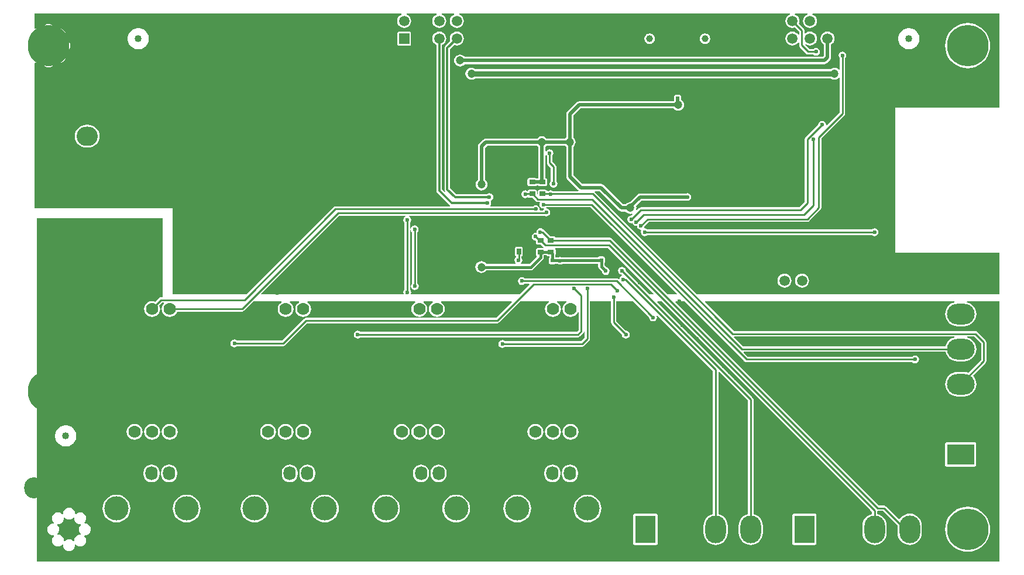
<source format=gbl>
G04 Layer_Physical_Order=2*
G04 Layer_Color=16711680*
%FSTAX24Y24*%
%MOIN*%
G70*
G01*
G75*
%ADD14R,0.0256X0.0335*%
%ADD15R,0.0335X0.0256*%
%ADD18R,0.0201X0.0217*%
%ADD20R,0.0217X0.0201*%
%ADD22C,0.0400*%
%ADD36C,0.0300*%
%ADD37C,0.0200*%
%ADD38C,0.0100*%
%ADD39C,0.0150*%
%ADD40C,0.0120*%
%ADD42C,0.0591*%
%ADD43R,0.0591X0.0591*%
%ADD44O,0.0700X0.0800*%
%ADD45C,0.1378*%
%ADD46R,0.1575X0.1181*%
%ADD47O,0.1575X0.1181*%
%ADD48C,0.2362*%
%ADD49O,0.1200X0.1100*%
%ADD50O,0.1100X0.1200*%
%ADD51C,0.0700*%
%ADD52R,0.1181X0.1575*%
%ADD53O,0.1181X0.1575*%
%ADD54C,0.0394*%
%ADD55C,0.0236*%
%ADD56C,0.0472*%
G36*
X408835Y347539D02*
X408773Y347497D01*
X408725Y347425D01*
X408708Y34734D01*
X408725Y347255D01*
X408773Y347183D01*
X408777Y34718D01*
Y34338D01*
X408773Y343377D01*
X408725Y343305D01*
X408708Y34322D01*
X408721Y343154D01*
X408689Y343104D01*
X400626D01*
X400607Y343151D01*
X405045Y347589D01*
X408827D01*
X408835Y347539D01*
D02*
G37*
G36*
X424283Y343151D02*
X424264Y343104D01*
X423762D01*
X42058Y346286D01*
X420531Y346319D01*
X420472Y346331D01*
X417374D01*
X417371Y346345D01*
X417349Y346378D01*
X417316Y3464D01*
X417277Y346408D01*
X417096D01*
X416735Y346768D01*
X416686Y346801D01*
X416677Y346803D01*
X416667Y346817D01*
X416595Y346865D01*
X41651Y346882D01*
X416425Y346865D01*
X416353Y346817D01*
X416305Y346745D01*
X416288Y346664D01*
X416283Y346649D01*
X416253Y34662D01*
X41624Y346622D01*
X416155Y346605D01*
X416083Y346557D01*
X416035Y346485D01*
X416018Y3464D01*
X416035Y346315D01*
X416083Y346243D01*
X416155Y346195D01*
X41624Y346178D01*
X41625Y346129D01*
Y34605D01*
X416257Y346011D01*
X416279Y345978D01*
X416313Y345956D01*
X416352Y345948D01*
X416533D01*
X416688Y345792D01*
X416695Y345787D01*
X416689Y345755D01*
X416679Y345738D01*
X416352D01*
X416313Y345731D01*
X416279Y345708D01*
X416257Y345675D01*
X41625Y345636D01*
Y34538D01*
X416257Y345341D01*
X416279Y345308D01*
X416289Y345302D01*
X416299Y345242D01*
X415896Y344838D01*
X415426D01*
X415411Y344888D01*
X415416Y344892D01*
X415465Y344964D01*
X415481Y345049D01*
X415465Y345134D01*
X415432Y345183D01*
Y345281D01*
X415446Y345284D01*
X415479Y345306D01*
X415501Y345339D01*
X415509Y345378D01*
Y345713D01*
X415501Y345752D01*
X415479Y345785D01*
X415446Y345807D01*
X415407Y345815D01*
X415151D01*
X415112Y345807D01*
X415079Y345785D01*
X415057Y345752D01*
X415049Y345713D01*
Y345378D01*
X415057Y345339D01*
X415079Y345306D01*
X415112Y345284D01*
X415126Y345281D01*
Y345222D01*
X415102Y345206D01*
X415054Y345134D01*
X415037Y345049D01*
X415054Y344964D01*
X415102Y344892D01*
X415107Y344888D01*
X415092Y344838D01*
X413437D01*
X41339Y3449D01*
X41332Y344954D01*
X413238Y344988D01*
X41315Y344999D01*
X413062Y344988D01*
X41298Y344954D01*
X41291Y3449D01*
X412856Y34483D01*
X412822Y344748D01*
X412811Y34466D01*
X412822Y344572D01*
X412856Y34449D01*
X41291Y34442D01*
X41298Y344366D01*
X413062Y344332D01*
X41315Y344321D01*
X413238Y344332D01*
X41332Y344366D01*
X41339Y34442D01*
X413437Y344482D01*
X41597D01*
X416038Y344495D01*
X416096Y344534D01*
X416645Y345083D01*
X416645Y345083D01*
X416684Y345141D01*
X416697Y345209D01*
X416697Y345209D01*
Y345281D01*
X416725Y345286D01*
X416758Y345308D01*
X416773Y34533D01*
X416856D01*
X41687Y345308D01*
X416903Y345286D01*
X416942Y345278D01*
X417019D01*
Y345204D01*
X417017Y345202D01*
X416995Y345169D01*
X416987Y34513D01*
Y34493D01*
X416995Y344891D01*
X417017Y344858D01*
X41705Y344835D01*
X417089Y344828D01*
X417305D01*
X417344Y344835D01*
X417369Y344852D01*
X417499D01*
X417555Y344815D01*
X41764Y344798D01*
X417725Y344815D01*
X417781Y344852D01*
X419802D01*
Y34469D01*
X419815Y344622D01*
X419854Y344564D01*
X420022Y344396D01*
X420031Y344348D01*
X42008Y344276D01*
X420152Y344228D01*
X420237Y344211D01*
X420322Y344228D01*
X420394Y344276D01*
X420442Y344348D01*
X420459Y344433D01*
X420442Y344518D01*
X420394Y34459D01*
X420322Y344639D01*
X420274Y344648D01*
X420158Y344764D01*
Y344881D01*
X420175Y344906D01*
X420182Y344945D01*
Y345161D01*
X420175Y3452D01*
X420152Y345233D01*
X420119Y345255D01*
X42008Y345263D01*
X41988D01*
X419841Y345255D01*
X419808Y345233D01*
X419791Y345208D01*
X417751D01*
X417725Y345225D01*
X41764Y345242D01*
X417555Y345225D01*
X417529Y345208D01*
X417376D01*
Y345365D01*
X417379Y34538D01*
Y345636D01*
X417371Y345675D01*
X417356Y345697D01*
X41737Y345736D01*
X417379Y345747D01*
X420377D01*
X422973Y343151D01*
X422954Y343104D01*
X422722D01*
X421381Y344445D01*
X421382Y34445D01*
X421365Y344535D01*
X421317Y344607D01*
X421245Y344655D01*
X42116Y344672D01*
X421075Y344655D01*
X421003Y344607D01*
X420955Y344535D01*
X420938Y34445D01*
X420955Y344365D01*
X421003Y344293D01*
X421075Y344245D01*
X421144Y344231D01*
X42116Y344209D01*
X421145Y344158D01*
X421143Y344154D01*
X421073Y344107D01*
X421025Y344035D01*
X421016Y343991D01*
X420964Y343972D01*
X420914Y344005D01*
X420856Y344017D01*
X415616D01*
X415613Y344021D01*
X415541Y34407D01*
X415456Y344086D01*
X415371Y34407D01*
X415299Y344021D01*
X41525Y343949D01*
X415234Y343864D01*
X41525Y343779D01*
X415299Y343707D01*
X415371Y343659D01*
X415456Y343642D01*
X415541Y343659D01*
X415613Y343707D01*
X415616Y343711D01*
X41587D01*
X415889Y343665D01*
X415328Y343104D01*
X409171D01*
X409139Y343154D01*
X409152Y34322D01*
X409135Y343305D01*
X409087Y343377D01*
X409083Y34338D01*
Y346778D01*
X409133Y346783D01*
X409145Y346725D01*
X409193Y346653D01*
X409197Y34665D01*
Y343719D01*
X409155Y343655D01*
X409138Y34357D01*
X409155Y343485D01*
X409203Y343413D01*
X409275Y343365D01*
X40936Y343348D01*
X409445Y343365D01*
X409517Y343413D01*
X409565Y343485D01*
X409582Y34357D01*
X409565Y343655D01*
X409517Y343727D01*
X409503Y343737D01*
Y34665D01*
X409507Y346653D01*
X409555Y346725D01*
X409572Y34681D01*
X409555Y346895D01*
X409507Y346967D01*
X409435Y347015D01*
X40935Y347032D01*
X409265Y347015D01*
X409193Y346967D01*
X409145Y346895D01*
X409133Y346837D01*
X409083Y346842D01*
Y34718D01*
X409087Y347183D01*
X409135Y347255D01*
X409152Y34734D01*
X409135Y347425D01*
X409087Y347497D01*
X409025Y347539D01*
X409033Y347589D01*
X416743D01*
X416765Y347575D01*
X41685Y347558D01*
X416935Y347575D01*
X417007Y347623D01*
X417055Y347695D01*
X417072Y34778D01*
X417055Y347865D01*
X417007Y347937D01*
X416935Y347985D01*
X416864Y348D01*
X416844Y348037D01*
X416842Y348051D01*
X416856Y348067D01*
X419367D01*
X424283Y343151D01*
D02*
G37*
G36*
X440092Y340657D02*
X439994Y340627D01*
X439874Y340563D01*
X439768Y340477D01*
X439682Y340372D01*
X439618Y340252D01*
X439584Y340139D01*
X428057D01*
X427535Y340661D01*
X427555Y340707D01*
X440084D01*
X440092Y340657D01*
D02*
G37*
G36*
X394983Y342943D02*
X39491D01*
X394851Y342932D01*
X394801Y342898D01*
X394584Y342681D01*
X39451Y342712D01*
X394393Y342728D01*
X394275Y342712D01*
X394166Y342667D01*
X394072Y342595D01*
X394Y342501D01*
X393955Y342391D01*
X393939Y342274D01*
X393955Y342156D01*
X394Y342047D01*
X394072Y341953D01*
X394166Y341881D01*
X394275Y341835D01*
X394393Y34182D01*
X39451Y341835D01*
X39462Y341881D01*
X394714Y341953D01*
X394786Y342047D01*
X394831Y342156D01*
X394847Y342274D01*
X394831Y342391D01*
X394801Y342465D01*
X394973Y342637D01*
X395054D01*
X395066Y342587D01*
X395Y342501D01*
X394954Y342391D01*
X394939Y342274D01*
X394954Y342156D01*
X395Y342047D01*
X395072Y341953D01*
X395166Y341881D01*
X395275Y341835D01*
X395393Y34182D01*
X39551Y341835D01*
X39562Y341881D01*
X395714Y341953D01*
X395786Y342047D01*
X395817Y342121D01*
X399514D01*
X399572Y342132D01*
X399622Y342165D01*
X400167Y342711D01*
X401763D01*
X40177Y342661D01*
X401684Y342595D01*
X401611Y342501D01*
X401566Y342391D01*
X401551Y342274D01*
X401566Y342156D01*
X401611Y342047D01*
X401684Y341953D01*
X401778Y341881D01*
X401887Y341835D01*
X402004Y34182D01*
X402122Y341835D01*
X402231Y341881D01*
X402325Y341953D01*
X402398Y342047D01*
X402443Y342156D01*
X402458Y342274D01*
X402443Y342391D01*
X402398Y342501D01*
X402325Y342595D01*
X402239Y342661D01*
X402246Y342711D01*
X402763D01*
X40277Y342661D01*
X402684Y342595D01*
X402611Y342501D01*
X402566Y342391D01*
X402551Y342274D01*
X402566Y342156D01*
X402611Y342047D01*
X402684Y341953D01*
X402778Y341881D01*
X402887Y341835D01*
X403004Y34182D01*
X403122Y341835D01*
X403231Y341881D01*
X403325Y341953D01*
X403398Y342047D01*
X403443Y342156D01*
X403458Y342274D01*
X403443Y342391D01*
X403398Y342501D01*
X403325Y342595D01*
X403239Y342661D01*
X403246Y342711D01*
X409375D01*
X409381Y342661D01*
X409295Y342595D01*
X409223Y342501D01*
X409178Y342391D01*
X409162Y342274D01*
X409178Y342156D01*
X409223Y342047D01*
X409295Y341953D01*
X409389Y341881D01*
X409499Y341835D01*
X409616Y34182D01*
X409733Y341835D01*
X409843Y341881D01*
X409937Y341953D01*
X410009Y342047D01*
X410054Y342156D01*
X41007Y342274D01*
X410054Y342391D01*
X410009Y342501D01*
X409937Y342595D01*
X409851Y342661D01*
X409857Y342711D01*
X410375D01*
X410381Y342661D01*
X410295Y342595D01*
X410223Y342501D01*
X410178Y342391D01*
X410162Y342274D01*
X410178Y342156D01*
X410223Y342047D01*
X410295Y341953D01*
X410389Y341881D01*
X410499Y341835D01*
X410616Y34182D01*
X410733Y341835D01*
X410843Y341881D01*
X410937Y341953D01*
X411009Y342047D01*
X411054Y342156D01*
X41107Y342274D01*
X411054Y342391D01*
X411009Y342501D01*
X410937Y342595D01*
X410851Y342661D01*
X410857Y342711D01*
X414869D01*
X414888Y342664D01*
X413987Y341763D01*
X40317D01*
X403111Y341751D01*
X403062Y341718D01*
X401807Y340463D01*
X39924D01*
X399237Y340467D01*
X399165Y340515D01*
X39908Y340532D01*
X398995Y340515D01*
X398923Y340467D01*
X398875Y340395D01*
X398858Y34031D01*
X398875Y340225D01*
X398923Y340153D01*
X398995Y340105D01*
X39908Y340088D01*
X399165Y340105D01*
X399237Y340153D01*
X39924Y340157D01*
X40187D01*
X401929Y340169D01*
X401978Y340202D01*
X403233Y341457D01*
X41405D01*
X414109Y341469D01*
X414158Y341502D01*
X415367Y342711D01*
X416986D01*
X416993Y342661D01*
X416907Y342595D01*
X416834Y342501D01*
X416789Y342391D01*
X416774Y342274D01*
X416789Y342156D01*
X416834Y342047D01*
X416907Y341953D01*
X417001Y341881D01*
X41711Y341835D01*
X417228Y34182D01*
X417345Y341835D01*
X417454Y341881D01*
X417548Y341953D01*
X417621Y342047D01*
X417666Y342156D01*
X417681Y342274D01*
X417666Y342391D01*
X417621Y342501D01*
X417548Y342595D01*
X417462Y342661D01*
X417469Y342711D01*
X417986D01*
X417993Y342661D01*
X417907Y342595D01*
X417834Y342501D01*
X417789Y342391D01*
X417774Y342274D01*
X417789Y342156D01*
X417834Y342047D01*
X417907Y341953D01*
X418001Y341881D01*
X41811Y341835D01*
X418228Y34182D01*
X418345Y341835D01*
X418455Y341881D01*
X418549Y341953D01*
X418621Y342047D01*
X418637Y342086D01*
X418687Y342076D01*
Y341063D01*
X418587Y340963D01*
X40627D01*
X406267Y340967D01*
X406195Y341015D01*
X40611Y341032D01*
X406025Y341015D01*
X405953Y340967D01*
X405905Y340895D01*
X405888Y34081D01*
X405905Y340725D01*
X405953Y340653D01*
X406025Y340605D01*
X40611Y340588D01*
X406195Y340605D01*
X406267Y340653D01*
X40627Y340657D01*
X41865D01*
X418709Y340669D01*
X418758Y340702D01*
X418948Y340892D01*
X418981Y340941D01*
X418987Y34097D01*
X419037Y340966D01*
Y340633D01*
X418837Y340433D01*
X41451D01*
X414507Y340437D01*
X414435Y340485D01*
X41435Y340502D01*
X414265Y340485D01*
X414193Y340437D01*
X414145Y340365D01*
X414128Y34028D01*
X414145Y340195D01*
X414193Y340123D01*
X414265Y340075D01*
X41435Y340058D01*
X414435Y340075D01*
X414507Y340123D01*
X41451Y340127D01*
X4189D01*
X418959Y340139D01*
X419008Y340172D01*
X419298Y340462D01*
X419331Y340511D01*
X419343Y34057D01*
Y342711D01*
X420537D01*
Y3415D01*
X420549Y341441D01*
X420582Y341392D01*
X42116Y340814D01*
X421159Y340809D01*
X421176Y340724D01*
X421224Y340652D01*
X421296Y340603D01*
X421381Y340587D01*
X421466Y340603D01*
X421538Y340652D01*
X421587Y340724D01*
X421604Y340809D01*
X421587Y340894D01*
X421538Y340966D01*
X421466Y341014D01*
X421381Y341031D01*
X421376Y34103D01*
X420843Y341563D01*
Y342711D01*
X421793D01*
X422709Y341795D01*
X422708Y34179D01*
X422725Y341705D01*
X422773Y341633D01*
X422845Y341585D01*
X42293Y341568D01*
X423015Y341585D01*
X423087Y341633D01*
X423135Y341705D01*
X423152Y34179D01*
X423135Y341875D01*
X423131Y341882D01*
X423169Y341914D01*
X426342Y338741D01*
Y330591D01*
X42623Y330556D01*
X42611Y330492D01*
X426005Y330406D01*
X425918Y330301D01*
X425854Y330181D01*
X425815Y330051D01*
X425801Y329915D01*
Y329522D01*
X425815Y329386D01*
X425854Y329256D01*
X425918Y329136D01*
X426005Y329031D01*
X42611Y328945D01*
X42623Y328881D01*
X42636Y328841D01*
X426495Y328828D01*
X426631Y328841D01*
X426761Y328881D01*
X426881Y328945D01*
X426986Y329031D01*
X427072Y329136D01*
X427136Y329256D01*
X427176Y329386D01*
X427189Y329522D01*
Y329915D01*
X427176Y330051D01*
X427136Y330181D01*
X427072Y330301D01*
X426986Y330406D01*
X426881Y330492D01*
X426761Y330556D01*
X426648Y330591D01*
Y33868D01*
X426694Y338699D01*
X428342Y337051D01*
Y330591D01*
X42823Y330556D01*
X42811Y330492D01*
X428005Y330406D01*
X427918Y330301D01*
X427854Y330181D01*
X427815Y330051D01*
X427801Y329915D01*
Y329522D01*
X427815Y329386D01*
X427854Y329256D01*
X427918Y329136D01*
X428005Y329031D01*
X42811Y328945D01*
X42823Y328881D01*
X42836Y328841D01*
X428495Y328828D01*
X428631Y328841D01*
X428761Y328881D01*
X428881Y328945D01*
X428986Y329031D01*
X429072Y329136D01*
X429136Y329256D01*
X429176Y329386D01*
X429189Y329522D01*
Y329915D01*
X429176Y330051D01*
X429136Y330181D01*
X429072Y330301D01*
X428986Y330406D01*
X428881Y330492D01*
X428761Y330556D01*
X428648Y330591D01*
Y337115D01*
X428637Y337173D01*
X428603Y337223D01*
X423162Y342664D01*
X423181Y342711D01*
X423413D01*
X435397Y330726D01*
Y330591D01*
X435285Y330556D01*
X435165Y330492D01*
X43506Y330406D01*
X434973Y330301D01*
X434909Y330181D01*
X43487Y330051D01*
X434856Y329915D01*
Y329522D01*
X43487Y329386D01*
X434909Y329256D01*
X434973Y329136D01*
X43506Y329031D01*
X435165Y328945D01*
X435285Y328881D01*
X435415Y328841D01*
X43555Y328828D01*
X435686Y328841D01*
X435816Y328881D01*
X435936Y328945D01*
X436041Y329031D01*
X436127Y329136D01*
X436191Y329256D01*
X436231Y329386D01*
X436244Y329522D01*
Y329915D01*
X436231Y330051D01*
X436191Y330181D01*
X436127Y330301D01*
X436041Y330406D01*
X435936Y330492D01*
X435816Y330556D01*
X435703Y330591D01*
Y330745D01*
X43573Y330767D01*
X436027D01*
X436858Y329935D01*
X436856Y329915D01*
Y329522D01*
X43687Y329386D01*
X436909Y329256D01*
X436973Y329136D01*
X43706Y329031D01*
X437165Y328945D01*
X437285Y328881D01*
X437415Y328841D01*
X43755Y328828D01*
X437686Y328841D01*
X437816Y328881D01*
X437936Y328945D01*
X438041Y329031D01*
X438127Y329136D01*
X438191Y329256D01*
X438231Y329386D01*
X438244Y329522D01*
Y329915D01*
X438231Y330051D01*
X438191Y330181D01*
X438127Y330301D01*
X438041Y330406D01*
X437936Y330492D01*
X437816Y330556D01*
X437686Y330596D01*
X43755Y330609D01*
X437415Y330596D01*
X437285Y330556D01*
X437165Y330492D01*
X43706Y330406D01*
X436984Y330313D01*
X436925Y330301D01*
X436198Y331028D01*
X436149Y331061D01*
X43609Y331073D01*
X435793D01*
X424202Y342664D01*
X424221Y342711D01*
X424723D01*
X428142Y339292D01*
X428191Y339259D01*
X42825Y339247D01*
X4377D01*
X437703Y339243D01*
X437775Y339195D01*
X43786Y339178D01*
X437945Y339195D01*
X438017Y339243D01*
X438065Y339315D01*
X438082Y3394D01*
X438065Y339485D01*
X438017Y339557D01*
X437945Y339605D01*
X43786Y339622D01*
X437775Y339605D01*
X437703Y339557D01*
X4377Y339553D01*
X428313D01*
X428079Y339787D01*
X428098Y339833D01*
X439584D01*
X439618Y339721D01*
X439682Y339601D01*
X439768Y339496D01*
X439874Y339409D01*
X439994Y339345D01*
X440124Y339306D01*
X440259Y339292D01*
X440653D01*
X440788Y339306D01*
X440918Y339345D01*
X441038Y339409D01*
X441143Y339496D01*
X44123Y339601D01*
X441294Y339721D01*
X441333Y339851D01*
X441347Y339986D01*
X441333Y340122D01*
X441294Y340252D01*
X44123Y340372D01*
X441143Y340477D01*
X441038Y340563D01*
X440918Y340627D01*
X44082Y340657D01*
X440828Y340707D01*
X441217D01*
X441617Y340307D01*
Y339364D01*
X440889Y338636D01*
X440788Y338667D01*
X440653Y33868D01*
X440259D01*
X440124Y338667D01*
X439994Y338627D01*
X439874Y338563D01*
X439768Y338477D01*
X439682Y338372D01*
X439618Y338252D01*
X439579Y338122D01*
X439565Y337986D01*
X439579Y337851D01*
X439618Y337721D01*
X439682Y337601D01*
X439768Y337496D01*
X439874Y337409D01*
X439994Y337345D01*
X440124Y337306D01*
X440259Y337292D01*
X440653D01*
X440788Y337306D01*
X440918Y337345D01*
X441038Y337409D01*
X441143Y337496D01*
X44123Y337601D01*
X441294Y337721D01*
X441333Y337851D01*
X441347Y337986D01*
X441333Y338122D01*
X441294Y338252D01*
X44123Y338372D01*
X441152Y338466D01*
X441878Y339192D01*
X441911Y339242D01*
X441923Y3393D01*
Y34037D01*
X441911Y340429D01*
X441878Y340478D01*
X441388Y340968D01*
X441339Y341001D01*
X44128Y341013D01*
X427533D01*
X425882Y342664D01*
X425901Y342711D01*
X440096D01*
X440103Y342661D01*
X439994Y342627D01*
X439874Y342563D01*
X439768Y342477D01*
X439682Y342372D01*
X439618Y342252D01*
X439579Y342122D01*
X439565Y341986D01*
X439579Y341851D01*
X439618Y341721D01*
X439682Y341601D01*
X439768Y341496D01*
X439874Y341409D01*
X439994Y341345D01*
X440124Y341306D01*
X440259Y341292D01*
X440653D01*
X440788Y341306D01*
X440918Y341345D01*
X441038Y341409D01*
X441143Y341496D01*
X44123Y341601D01*
X441294Y341721D01*
X441333Y341851D01*
X441347Y341986D01*
X441333Y342122D01*
X441294Y342252D01*
X44123Y342372D01*
X441143Y342477D01*
X441038Y342563D01*
X440918Y342627D01*
X440808Y342661D01*
X440816Y342711D01*
X442675D01*
Y327893D01*
X387843D01*
Y347435D01*
X394983D01*
Y342943D01*
D02*
G37*
G36*
X388248Y357938D02*
X388318Y357884D01*
X3884Y35785D01*
X388487Y357838D01*
X388575Y35785D01*
X388657Y357884D01*
X388727Y357938D01*
X388739Y357954D01*
X388787Y357934D01*
X388785Y357914D01*
X388796Y357826D01*
X38883Y357744D01*
X388884Y357674D01*
X388954Y35762D01*
X389036Y357586D01*
X389124Y357575D01*
X389144Y357577D01*
X389164Y35753D01*
X389148Y357517D01*
X389094Y357447D01*
X38906Y357365D01*
X389048Y357278D01*
X38906Y35719D01*
X389094Y357108D01*
X389148Y357038D01*
X389164Y357025D01*
X389144Y356978D01*
X389124Y35698D01*
X389036Y356969D01*
X388954Y356935D01*
X388884Y356881D01*
X38883Y356811D01*
X388796Y356729D01*
X388785Y356641D01*
X388787Y356621D01*
X388739Y356601D01*
X388727Y356617D01*
X388657Y356671D01*
X388575Y356705D01*
X388487Y356717D01*
X3884Y356705D01*
X388318Y356671D01*
X388248Y356617D01*
X388235Y356601D01*
X388187Y356621D01*
X38819Y356641D01*
X388179Y356729D01*
X388145Y356811D01*
X388091Y356881D01*
X388021Y356935D01*
X387939Y356969D01*
X387851Y35698D01*
X387831Y356978D01*
X387811Y357025D01*
X387827Y357038D01*
X387881Y357108D01*
X387915Y35719D01*
X387927Y357278D01*
X387915Y357365D01*
X387881Y357447D01*
X387827Y357517D01*
X387811Y35753D01*
X387831Y357577D01*
X387851Y357575D01*
X387939Y357586D01*
X388021Y35762D01*
X388091Y357674D01*
X388145Y357744D01*
X388179Y357826D01*
X38819Y357914D01*
X388187Y357934D01*
X388235Y357954D01*
X388248Y357938D01*
D02*
G37*
G36*
X442675Y353734D02*
X436716D01*
Y345467D01*
X442675D01*
Y343104D01*
X425442D01*
X419605Y348941D01*
X419605Y348941D01*
X41962Y348991D01*
X419881D01*
X420986Y347886D01*
X421052Y347842D01*
X42113Y347826D01*
X421373D01*
X4214Y34779D01*
X42147Y347736D01*
X421552Y347702D01*
X42164Y347691D01*
X421728Y347702D01*
X421741Y347708D01*
X421769Y347665D01*
X421705Y347601D01*
X4217Y347602D01*
X421615Y347585D01*
X421543Y347537D01*
X421495Y347465D01*
X421478Y34738D01*
X421495Y347295D01*
X421543Y347223D01*
X421615Y347175D01*
X4217Y347158D01*
X421758Y347169D01*
X421765Y347135D01*
X421813Y347063D01*
X421885Y347015D01*
X42197Y346998D01*
X422018Y347007D01*
X422035Y346925D01*
X422083Y346853D01*
X422155Y346805D01*
X42223Y34679D01*
X42226Y346744D01*
X422252Y346733D01*
X422235Y346648D01*
X422252Y346563D01*
X4223Y34649D01*
X422373Y346442D01*
X422458Y346425D01*
X422543Y346442D01*
X422615Y34649D01*
X422618Y346495D01*
X435387D01*
X43539Y34649D01*
X435463Y346442D01*
X435548Y346425D01*
X435633Y346442D01*
X435705Y34649D01*
X435753Y346563D01*
X43577Y346648D01*
X435753Y346733D01*
X435705Y346805D01*
X435633Y346853D01*
X435548Y34687D01*
X435463Y346853D01*
X43539Y346805D01*
X435387Y346801D01*
X422618D01*
X422615Y346805D01*
X422543Y346853D01*
X422468Y346868D01*
X422438Y346913D01*
X422445Y346925D01*
X422462Y34701D01*
X422461Y347015D01*
X422683Y347237D01*
X43172D01*
X431779Y347249D01*
X431828Y347282D01*
X432478Y347932D01*
X432511Y347981D01*
X432523Y34804D01*
Y351997D01*
X433828Y353302D01*
X433861Y353351D01*
X433873Y35341D01*
Y35656D01*
X433877Y356563D01*
X433925Y356635D01*
X433942Y35672D01*
X433925Y356805D01*
X433877Y356877D01*
X433805Y356925D01*
X43372Y356942D01*
X433635Y356925D01*
X433563Y356877D01*
X433515Y356805D01*
X433498Y35672D01*
X433515Y356635D01*
X433563Y356563D01*
X433567Y35656D01*
Y355934D01*
X433517Y355917D01*
X433513Y355923D01*
X433443Y355977D01*
X433361Y356011D01*
X433273Y356022D01*
X433185Y356011D01*
X433104Y355977D01*
X433053Y355938D01*
X412803D01*
X412753Y355977D01*
X412671Y356011D01*
X412583Y356022D01*
X412495Y356011D01*
X412414Y355977D01*
X412343Y355923D01*
X412289Y355853D01*
X412256Y355771D01*
X412244Y355683D01*
X412256Y355595D01*
X412289Y355513D01*
X412343Y355443D01*
X412414Y355389D01*
X412495Y355355D01*
X412583Y355344D01*
X412671Y355355D01*
X412753Y355389D01*
X412803Y355428D01*
X433053D01*
X433104Y355389D01*
X433185Y355355D01*
X433273Y355344D01*
X433361Y355355D01*
X433443Y355389D01*
X433513Y355443D01*
X433517Y355449D01*
X433567Y355432D01*
Y353473D01*
X432826Y352732D01*
X43278Y352757D01*
X432782Y35277D01*
X432765Y352855D01*
X432717Y352927D01*
X432645Y352975D01*
X43256Y352992D01*
X432475Y352975D01*
X432403Y352927D01*
X432355Y352855D01*
X432339Y352775D01*
X431612Y352048D01*
X431579Y351999D01*
X431567Y35194D01*
Y348383D01*
X431257Y348073D01*
X42224D01*
X422181Y348061D01*
X422132Y348028D01*
X422005Y347901D01*
X421962Y347929D01*
X421968Y347942D01*
X421979Y34803D01*
X421968Y348118D01*
X421961Y348133D01*
X42228Y348451D01*
X424798D01*
X4248Y34845D01*
X424885Y348433D01*
X42497Y34845D01*
X425042Y348498D01*
X42509Y34857D01*
X425107Y348655D01*
X42509Y34874D01*
X425042Y348812D01*
X42497Y34886D01*
X424885Y348877D01*
X4248Y34886D01*
X424798Y348859D01*
X422195D01*
X422195Y348859D01*
X422117Y348843D01*
X422051Y348799D01*
X421618Y348366D01*
X421552Y348358D01*
X42147Y348324D01*
X4214Y34827D01*
X421373Y348234D01*
X421214D01*
X420109Y349339D01*
X420043Y349383D01*
X419965Y349399D01*
X418899D01*
X418388Y34991D01*
Y351518D01*
X418424Y351546D01*
X418478Y351616D01*
X418512Y351698D01*
X418524Y351785D01*
X418512Y351873D01*
X418478Y351955D01*
X418424Y352025D01*
X418388Y352053D01*
Y35329D01*
X418798Y3537D01*
X424086D01*
X424114Y353664D01*
X424184Y35361D01*
X424266Y353576D01*
X424354Y353564D01*
X424441Y353576D01*
X424523Y35361D01*
X424593Y353664D01*
X424647Y353734D01*
X424681Y353816D01*
X424693Y353904D01*
X424681Y353991D01*
X424647Y354073D01*
X424593Y354143D01*
X424537Y354187D01*
X424537Y35419D01*
Y35439D01*
X42453Y354429D01*
X424508Y354462D01*
X424474Y354485D01*
X424435Y354492D01*
X424335D01*
X424327Y354494D01*
X424319Y354492D01*
X424219D01*
X42418Y354485D01*
X424147Y354462D01*
X424125Y354429D01*
X424117Y35439D01*
Y35419D01*
X424123Y354158D01*
Y354151D01*
X424114Y354143D01*
X424086Y354107D01*
X418714D01*
X418636Y354092D01*
X418569Y354048D01*
X41804Y353519D01*
X417996Y353453D01*
X417981Y353375D01*
Y352053D01*
X417945Y352025D01*
X417917Y351989D01*
X416862D01*
X416837Y352023D01*
X416767Y352077D01*
X416685Y35211D01*
X416597Y352122D01*
X416509Y35211D01*
X416428Y352077D01*
X416357Y352023D01*
X41633Y351987D01*
X413403D01*
X413325Y351971D01*
X413259Y351927D01*
X413009Y351677D01*
X412964Y351611D01*
X412949Y351533D01*
Y349635D01*
X412913Y349607D01*
X412859Y349537D01*
X412825Y349455D01*
X412814Y349367D01*
X412825Y349279D01*
X412859Y349198D01*
X412913Y349127D01*
X412983Y349074D01*
X413065Y34904D01*
X413153Y349028D01*
X413241Y34904D01*
X413322Y349074D01*
X413393Y349127D01*
X413446Y349198D01*
X41348Y349279D01*
X413492Y349367D01*
X41348Y349455D01*
X413446Y349537D01*
X413393Y349607D01*
X413357Y349635D01*
Y351448D01*
X413487Y351579D01*
X41633D01*
X416357Y351543D01*
X416393Y351516D01*
Y349706D01*
X41628D01*
X416253Y349724D01*
X416214Y349732D01*
X415879D01*
X41584Y349724D01*
X415807Y349702D01*
X415785Y349669D01*
X415777Y34963D01*
Y349374D01*
X415785Y349335D01*
X415807Y349302D01*
X41584Y34928D01*
X415879Y349272D01*
X416214D01*
X416253Y34928D01*
X41628Y349298D01*
X416403D01*
X416431Y34928D01*
X41647Y349272D01*
X416804D01*
X416843Y34928D01*
X416876Y349302D01*
X416899Y349335D01*
X416906Y349374D01*
Y34963D01*
X416899Y349669D01*
X416876Y349702D01*
X416843Y349724D01*
X416804Y349732D01*
X416801D01*
Y351025D01*
X416851Y35104D01*
X416883Y350993D01*
X416887Y35099D01*
Y3506D01*
X416899Y350541D01*
X416932Y350492D01*
X417111Y350313D01*
Y349564D01*
X417106Y349561D01*
X417058Y349489D01*
X417041Y349404D01*
X417058Y349318D01*
X417106Y349246D01*
X417178Y349198D01*
X417264Y349181D01*
X417349Y349198D01*
X417421Y349246D01*
X417469Y349318D01*
X417486Y349404D01*
X417469Y349489D01*
X417421Y349561D01*
X417416Y349564D01*
Y350376D01*
X417405Y350435D01*
X417372Y350485D01*
X417193Y350663D01*
Y35099D01*
X417197Y350993D01*
X417245Y351065D01*
X417262Y35115D01*
X417245Y351235D01*
X417197Y351307D01*
X417125Y351355D01*
X41704Y351372D01*
X416955Y351355D01*
X416883Y351307D01*
X416851Y35126D01*
X416801Y351275D01*
Y351516D01*
X416837Y351543D01*
X416866Y351581D01*
X417917D01*
X417945Y351546D01*
X417981Y351518D01*
Y349825D01*
X417996Y349747D01*
X41804Y349681D01*
X418671Y349051D01*
X418671Y349051D01*
X418694Y349036D01*
X418678Y348986D01*
X417235D01*
X417175Y349025D01*
X41709Y349042D01*
X417005Y349025D01*
X416949Y348988D01*
X416899Y348999D01*
X416899Y349D01*
X416876Y349033D01*
X416843Y349055D01*
X416804Y349063D01*
X41647D01*
X416431Y349055D01*
X416398Y349033D01*
X416376Y349D01*
X416368Y348961D01*
Y348851D01*
X416318Y348824D01*
X416316Y348826D01*
Y348961D01*
X416308Y349D01*
X416286Y349033D01*
X416253Y349055D01*
X416214Y349063D01*
X415879D01*
X41584Y349055D01*
X415807Y349033D01*
X415785Y349D01*
X415773Y348995D01*
X415738Y349018D01*
X415653Y349035D01*
X415568Y349018D01*
X415496Y34897D01*
X415448Y348898D01*
X415431Y348813D01*
X415448Y348728D01*
X415496Y348656D01*
X415568Y348608D01*
X415653Y348591D01*
X415738Y348608D01*
X415797Y348647D01*
X415807Y348633D01*
X41584Y348611D01*
X415879Y348603D01*
X41606D01*
X416251Y348412D01*
X416301Y348379D01*
X416359Y348367D01*
X416463D01*
X416486Y348323D01*
X416475Y348305D01*
X416458Y34822D01*
X416475Y348135D01*
X416523Y348063D01*
X416595Y348015D01*
X41668Y347998D01*
X416699Y348001D01*
X416718Y347954D01*
X416693Y347937D01*
X416664Y347895D01*
X416497D01*
X416465Y347933D01*
X416472Y34797D01*
X416455Y348055D01*
X416407Y348127D01*
X416335Y348175D01*
X41625Y348192D01*
X416165Y348175D01*
X416093Y348127D01*
X41609Y348123D01*
X413676D01*
X413651Y348173D01*
X413685Y348225D01*
X413702Y34831D01*
X413686Y348392D01*
X413686Y348398D01*
X413707Y348453D01*
X413767Y348493D01*
X413815Y348565D01*
X413832Y34865D01*
X413815Y348735D01*
X413767Y348807D01*
X413695Y348855D01*
X41361Y348872D01*
X413525Y348855D01*
X413462Y348813D01*
X411718D01*
X411373Y349158D01*
Y357078D01*
X411608Y357313D01*
X411644Y357298D01*
X411747Y357284D01*
X41185Y357298D01*
X411947Y357338D01*
X412029Y357401D01*
X412093Y357484D01*
X412132Y35758D01*
X412146Y357683D01*
X412132Y357786D01*
X412093Y357882D01*
X412029Y357965D01*
X411947Y358028D01*
X41185Y358068D01*
X411747Y358082D01*
X411644Y358068D01*
X411548Y358028D01*
X411465Y357965D01*
X411402Y357882D01*
X411362Y357786D01*
X411349Y357683D01*
X411362Y35758D01*
X411377Y357544D01*
X411095Y357261D01*
X411059Y357208D01*
X411047Y357146D01*
Y34909D01*
X411059Y349028D01*
X41109Y348981D01*
X411052Y348949D01*
X41091Y34909D01*
Y357323D01*
X410947Y357338D01*
X411029Y357401D01*
X411093Y357484D01*
X411132Y35758D01*
X411146Y357683D01*
X411132Y357786D01*
X411093Y357882D01*
X411029Y357965D01*
X410947Y358028D01*
X41085Y358068D01*
X410747Y358082D01*
X410644Y358068D01*
X410548Y358028D01*
X410465Y357965D01*
X410402Y357882D01*
X410362Y357786D01*
X410349Y357683D01*
X410362Y35758D01*
X410402Y357484D01*
X410465Y357401D01*
X410548Y357338D01*
X410584Y357323D01*
Y349023D01*
X410597Y34896D01*
X410632Y348907D01*
X411345Y348195D01*
X411377Y348173D01*
X411362Y348123D01*
X40483D01*
X404771Y348111D01*
X404722Y348078D01*
X399748Y343104D01*
X395574D01*
Y348026D01*
X3877D01*
Y356295D01*
X387742Y356323D01*
X387763Y356314D01*
X387851Y356302D01*
X387939Y356314D01*
X388021Y356347D01*
X388091Y356401D01*
X388103Y356417D01*
X388151Y356398D01*
X388148Y356378D01*
X38816Y35629D01*
X388194Y356208D01*
X388248Y356138D01*
X388318Y356084D01*
X3884Y35605D01*
X388487Y356038D01*
X388575Y35605D01*
X388657Y356084D01*
X388727Y356138D01*
X388781Y356208D01*
X388815Y35629D01*
X388827Y356378D01*
X388824Y356398D01*
X388872Y356417D01*
X388884Y356401D01*
X388954Y356347D01*
X389036Y356314D01*
X389124Y356302D01*
X389212Y356314D01*
X389293Y356347D01*
X389364Y356401D01*
X389417Y356472D01*
X389451Y356553D01*
X389463Y356641D01*
X389451Y356729D01*
X389417Y356811D01*
X389364Y356881D01*
X389348Y356893D01*
X389367Y356941D01*
X389387Y356938D01*
X389475Y35695D01*
X389557Y356984D01*
X389627Y357038D01*
X389681Y357108D01*
X389715Y35719D01*
X389727Y357278D01*
X389715Y357365D01*
X389681Y357447D01*
X389627Y357517D01*
X389557Y357571D01*
X389475Y357605D01*
X389387Y357617D01*
X389367Y357614D01*
X389348Y357662D01*
X389364Y357674D01*
X389417Y357744D01*
X389451Y357826D01*
X389463Y357914D01*
X389451Y358002D01*
X389417Y358084D01*
X389364Y358154D01*
X389293Y358208D01*
X389212Y358242D01*
X389124Y358253D01*
X389036Y358242D01*
X388954Y358208D01*
X388884Y358154D01*
X388872Y358138D01*
X388824Y358158D01*
X388827Y358178D01*
X388815Y358265D01*
X388781Y358347D01*
X388727Y358417D01*
X388657Y358471D01*
X388575Y358505D01*
X388487Y358517D01*
X3884Y358505D01*
X388318Y358471D01*
X388248Y358417D01*
X388194Y358347D01*
X38816Y358265D01*
X388148Y358178D01*
X388151Y358158D01*
X388103Y358138D01*
X388091Y358154D01*
X388021Y358208D01*
X387939Y358242D01*
X387851Y358253D01*
X387763Y358242D01*
X387742Y358233D01*
X3877Y35826D01*
Y359103D01*
X408598D01*
X408608Y359053D01*
X408548Y359028D01*
X408465Y358965D01*
X408402Y358882D01*
X408362Y358786D01*
X408349Y358683D01*
X408362Y35858D01*
X408402Y358484D01*
X408465Y358401D01*
X408548Y358338D01*
X408644Y358298D01*
X408747Y358284D01*
X40885Y358298D01*
X408947Y358338D01*
X409029Y358401D01*
X409093Y358484D01*
X409132Y35858D01*
X409146Y358683D01*
X409132Y358786D01*
X409093Y358882D01*
X409029Y358965D01*
X408947Y359028D01*
X408886Y359053D01*
X408896Y359103D01*
X410598D01*
X410608Y359053D01*
X410548Y359028D01*
X410465Y358965D01*
X410402Y358882D01*
X410362Y358786D01*
X410349Y358683D01*
X410362Y35858D01*
X410402Y358484D01*
X410465Y358401D01*
X410548Y358338D01*
X410644Y358298D01*
X410747Y358284D01*
X41085Y358298D01*
X410947Y358338D01*
X411029Y358401D01*
X411093Y358484D01*
X411132Y35858D01*
X411146Y358683D01*
X411132Y358786D01*
X411093Y358882D01*
X411029Y358965D01*
X410947Y359028D01*
X410886Y359053D01*
X410896Y359103D01*
X411598D01*
X411608Y359053D01*
X411548Y359028D01*
X411465Y358965D01*
X411402Y358882D01*
X411362Y358786D01*
X411349Y358683D01*
X411362Y35858D01*
X411402Y358484D01*
X411465Y358401D01*
X411548Y358338D01*
X411644Y358298D01*
X411747Y358284D01*
X41185Y358298D01*
X411947Y358338D01*
X412029Y358401D01*
X412093Y358484D01*
X412132Y35858D01*
X412146Y358683D01*
X412132Y358786D01*
X412093Y358882D01*
X412029Y358965D01*
X411947Y359028D01*
X411886Y359053D01*
X411896Y359103D01*
X430724D01*
X430734Y359053D01*
X430674Y359028D01*
X430591Y358965D01*
X430528Y358882D01*
X430488Y358786D01*
X430475Y358683D01*
X430488Y35858D01*
X430528Y358484D01*
X430591Y358401D01*
X430674Y358338D01*
X43077Y358298D01*
X430873Y358284D01*
X430976Y358298D01*
X431023Y358317D01*
X431247Y358093D01*
Y357927D01*
X431197Y35791D01*
X431155Y357965D01*
X431073Y358028D01*
X430976Y358068D01*
X430873Y358082D01*
X43077Y358068D01*
X430674Y358028D01*
X430591Y357965D01*
X430528Y357882D01*
X430488Y357786D01*
X430475Y357683D01*
X430488Y35758D01*
X430528Y357484D01*
X430591Y357401D01*
X430674Y357338D01*
X43077Y357298D01*
X430873Y357284D01*
X430976Y357298D01*
X431073Y357338D01*
X431155Y357401D01*
X431197Y357456D01*
X431247Y357439D01*
Y3573D01*
X431259Y357241D01*
X431292Y357192D01*
X431662Y356822D01*
X431711Y356789D01*
X43177Y356777D01*
X43206D01*
X432063Y356773D01*
X432135Y356725D01*
X43222Y356708D01*
X432305Y356725D01*
X432377Y356773D01*
X432425Y356845D01*
X432442Y35693D01*
X432425Y357015D01*
X432377Y357087D01*
X432305Y357135D01*
X43222Y357152D01*
X432135Y357135D01*
X432063Y357087D01*
X43206Y357083D01*
X431833D01*
X431583Y357333D01*
X431586Y357342D01*
X431642Y357362D01*
X431674Y357338D01*
X43177Y357298D01*
X431873Y357284D01*
X431976Y357298D01*
X432073Y357338D01*
X432155Y357401D01*
X432219Y357484D01*
X432258Y35758D01*
X432272Y357683D01*
X432258Y357786D01*
X432219Y357882D01*
X432155Y357965D01*
X432073Y358028D01*
X431976Y358068D01*
X431873Y358082D01*
X43177Y358068D01*
X431674Y358028D01*
X431603Y357974D01*
X431553Y357991D01*
Y358156D01*
X431541Y358215D01*
X431508Y358264D01*
X431239Y358533D01*
X431258Y35858D01*
X431272Y358683D01*
X431258Y358786D01*
X431218Y358882D01*
X431155Y358965D01*
X431073Y359028D01*
X431012Y359053D01*
X431022Y359103D01*
X431724D01*
X431734Y359053D01*
X431674Y359028D01*
X431591Y358965D01*
X431528Y358882D01*
X431488Y358786D01*
X431475Y358683D01*
X431488Y35858D01*
X431528Y358484D01*
X431591Y358401D01*
X431674Y358338D01*
X43177Y358298D01*
X431873Y358284D01*
X431976Y358298D01*
X432073Y358338D01*
X432155Y358401D01*
X432219Y358484D01*
X432258Y35858D01*
X432272Y358683D01*
X432258Y358786D01*
X432219Y358882D01*
X432155Y358965D01*
X432073Y359028D01*
X432012Y359053D01*
X432022Y359103D01*
X442675D01*
Y353734D01*
D02*
G37*
%LPC*%
G36*
X402235Y333403D02*
X402118Y333388D01*
X402008Y333343D01*
X401914Y333271D01*
X401842Y333177D01*
X401797Y333067D01*
X401782Y33295D01*
Y33285D01*
X401797Y332732D01*
X401842Y332623D01*
X401914Y332529D01*
X402008Y332457D01*
X402118Y332411D01*
X402235Y332396D01*
X402353Y332411D01*
X402462Y332457D01*
X402556Y332529D01*
X402629Y332623D01*
X402674Y332732D01*
X402689Y33285D01*
Y33295D01*
X402674Y333067D01*
X402629Y333177D01*
X402556Y333271D01*
X402462Y333343D01*
X402353Y333388D01*
X402235Y333403D01*
D02*
G37*
G36*
X403235D02*
X403118Y333388D01*
X403008Y333343D01*
X402915Y333271D01*
X402842Y333177D01*
X402797Y333067D01*
X402782Y33295D01*
Y33285D01*
X402797Y332732D01*
X402842Y332623D01*
X402915Y332529D01*
X403008Y332457D01*
X403118Y332411D01*
X403235Y332396D01*
X403353Y332411D01*
X403462Y332457D01*
X403556Y332529D01*
X403629Y332623D01*
X403674Y332732D01*
X403689Y33285D01*
Y33295D01*
X403674Y333067D01*
X403629Y333177D01*
X403556Y333271D01*
X403462Y333343D01*
X403353Y333388D01*
X403235Y333403D01*
D02*
G37*
G36*
X395361D02*
X395244Y333388D01*
X395134Y333343D01*
X39504Y333271D01*
X394968Y333177D01*
X394923Y333067D01*
X394908Y33295D01*
Y33285D01*
X394923Y332732D01*
X394968Y332623D01*
X39504Y332529D01*
X395134Y332457D01*
X395244Y332411D01*
X395361Y332396D01*
X395479Y332411D01*
X395588Y332457D01*
X395682Y332529D01*
X395755Y332623D01*
X3958Y332732D01*
X395815Y33285D01*
Y33295D01*
X3958Y333067D01*
X395755Y333177D01*
X395682Y333271D01*
X395588Y333343D01*
X395479Y333388D01*
X395361Y333403D01*
D02*
G37*
G36*
X389669Y330958D02*
X389581Y330946D01*
X389499Y330912D01*
X389429Y330858D01*
X389375Y330788D01*
X389341Y330706D01*
X389329Y330619D01*
X389332Y330598D01*
X389284Y330579D01*
X389272Y330595D01*
X389202Y330649D01*
X38912Y330682D01*
X389032Y330694D01*
X388944Y330682D01*
X388863Y330649D01*
X388792Y330595D01*
X388738Y330524D01*
X388705Y330443D01*
X388693Y330355D01*
X388705Y330267D01*
X388738Y330185D01*
X388792Y330115D01*
X388808Y330103D01*
X388789Y330055D01*
X388769Y330058D01*
X388681Y330046D01*
X388599Y330012D01*
X388529Y329958D01*
X388475Y329888D01*
X388441Y329806D01*
X388429Y329719D01*
X388441Y329631D01*
X388475Y329549D01*
X388529Y329479D01*
X388599Y329425D01*
X388681Y329391D01*
X388769Y329379D01*
X388789Y329382D01*
X388808Y329334D01*
X388792Y329322D01*
X388738Y329252D01*
X388705Y32917D01*
X388693Y329082D01*
X388705Y328994D01*
X388738Y328913D01*
X388792Y328842D01*
X388863Y328788D01*
X388944Y328755D01*
X389032Y328743D01*
X38912Y328755D01*
X389202Y328788D01*
X389272Y328842D01*
X389284Y328858D01*
X389332Y328839D01*
X389329Y328819D01*
X389341Y328731D01*
X389375Y328649D01*
X389429Y328579D01*
X389499Y328525D01*
X389581Y328491D01*
X389669Y328479D01*
X389756Y328491D01*
X389838Y328525D01*
X389908Y328579D01*
X389962Y328649D01*
X389996Y328731D01*
X390008Y328819D01*
X390005Y328839D01*
X390053Y328858D01*
X390065Y328842D01*
X390135Y328788D01*
X390217Y328755D01*
X390305Y328743D01*
X390393Y328755D01*
X390474Y328788D01*
X390545Y328842D01*
X390599Y328913D01*
X390632Y328994D01*
X390644Y329082D01*
X390632Y32917D01*
X390599Y329252D01*
X390545Y329322D01*
X390529Y329334D01*
X390548Y329382D01*
X390569Y329379D01*
X390656Y329391D01*
X390738Y329425D01*
X390808Y329479D01*
X390862Y329549D01*
X390896Y329631D01*
X390908Y329719D01*
X390896Y329806D01*
X390862Y329888D01*
X390808Y329958D01*
X390738Y330012D01*
X390656Y330046D01*
X390569Y330058D01*
X390548Y330055D01*
X390529Y330103D01*
X390545Y330115D01*
X390599Y330185D01*
X390632Y330267D01*
X390644Y330355D01*
X390632Y330443D01*
X390599Y330524D01*
X390545Y330595D01*
X390474Y330649D01*
X390393Y330682D01*
X390305Y330694D01*
X390217Y330682D01*
X390135Y330649D01*
X390065Y330595D01*
X390053Y330579D01*
X390005Y330598D01*
X390008Y330619D01*
X389996Y330706D01*
X389962Y330788D01*
X389908Y330858D01*
X389838Y330912D01*
X389756Y330946D01*
X389669Y330958D01*
D02*
G37*
G36*
X394361Y333403D02*
X394244Y333388D01*
X394134Y333343D01*
X39404Y333271D01*
X393968Y333177D01*
X393923Y333067D01*
X393908Y33295D01*
Y33285D01*
X393923Y332732D01*
X393968Y332623D01*
X39404Y332529D01*
X394134Y332457D01*
X394244Y332411D01*
X394361Y332396D01*
X394479Y332411D01*
X394588Y332457D01*
X394682Y332529D01*
X394754Y332623D01*
X3948Y332732D01*
X394815Y33285D01*
Y33295D01*
X3948Y333067D01*
X394754Y333177D01*
X394682Y333271D01*
X394588Y333343D01*
X394479Y333388D01*
X394361Y333403D01*
D02*
G37*
G36*
X409716D02*
X409598Y333388D01*
X409489Y333343D01*
X409395Y333271D01*
X409323Y333177D01*
X409277Y333067D01*
X409262Y33295D01*
Y33285D01*
X409277Y332732D01*
X409323Y332623D01*
X409395Y332529D01*
X409489Y332457D01*
X409598Y332411D01*
X409716Y332396D01*
X409833Y332411D01*
X409943Y332457D01*
X410037Y332529D01*
X410109Y332623D01*
X410154Y332732D01*
X41017Y33285D01*
Y33295D01*
X410154Y333067D01*
X410109Y333177D01*
X410037Y333271D01*
X409943Y333343D01*
X409833Y333388D01*
X409716Y333403D01*
D02*
G37*
G36*
X441243Y334679D02*
X439669D01*
X439629Y334671D01*
X439596Y334649D01*
X439574Y334616D01*
X439567Y334577D01*
Y333396D01*
X439574Y333357D01*
X439596Y333324D01*
X439629Y333301D01*
X439669Y333294D01*
X441243D01*
X441282Y333301D01*
X441315Y333324D01*
X441338Y333357D01*
X441345Y333396D01*
Y334577D01*
X441338Y334616D01*
X441315Y334649D01*
X441282Y334671D01*
X441243Y334679D01*
D02*
G37*
G36*
X389531Y335633D02*
X389413D01*
X389297Y33561D01*
X389187Y335565D01*
X389089Y3355D01*
X389006Y335416D01*
X38894Y335318D01*
X388895Y335208D01*
X388872Y335093D01*
Y334974D01*
X388895Y334858D01*
X38894Y334749D01*
X389006Y334651D01*
X389089Y334567D01*
X389187Y334502D01*
X389297Y334457D01*
X389413Y334433D01*
X389531D01*
X389647Y334457D01*
X389756Y334502D01*
X389854Y334567D01*
X389938Y334651D01*
X390003Y334749D01*
X390049Y334858D01*
X390072Y334974D01*
Y335093D01*
X390049Y335208D01*
X390003Y335318D01*
X389938Y335416D01*
X389854Y3355D01*
X389756Y335565D01*
X389647Y33561D01*
X389531Y335633D01*
D02*
G37*
G36*
X418196Y333403D02*
X418079Y333388D01*
X417969Y333343D01*
X417875Y333271D01*
X417803Y333177D01*
X417758Y333067D01*
X417742Y33295D01*
Y33285D01*
X417758Y332732D01*
X417803Y332623D01*
X417875Y332529D01*
X417969Y332457D01*
X418079Y332411D01*
X418196Y332396D01*
X418314Y332411D01*
X418423Y332457D01*
X418517Y332529D01*
X418589Y332623D01*
X418634Y332732D01*
X41865Y33285D01*
Y33295D01*
X418634Y333067D01*
X418589Y333177D01*
X418517Y333271D01*
X418423Y333343D01*
X418314Y333388D01*
X418196Y333403D01*
D02*
G37*
G36*
X410716D02*
X410598Y333388D01*
X410489Y333343D01*
X410395Y333271D01*
X410323Y333177D01*
X410277Y333067D01*
X410262Y33295D01*
Y33285D01*
X410277Y332732D01*
X410323Y332623D01*
X410395Y332529D01*
X410489Y332457D01*
X410598Y332411D01*
X410716Y332396D01*
X410833Y332411D01*
X410943Y332457D01*
X411037Y332529D01*
X411109Y332623D01*
X411154Y332732D01*
X41117Y33285D01*
Y33295D01*
X411154Y333067D01*
X411109Y333177D01*
X411037Y333271D01*
X410943Y333343D01*
X410833Y333388D01*
X410716Y333403D01*
D02*
G37*
G36*
X417196D02*
X417079Y333388D01*
X416969Y333343D01*
X416875Y333271D01*
X416803Y333177D01*
X416758Y333067D01*
X416742Y33295D01*
Y33285D01*
X416758Y332732D01*
X416803Y332623D01*
X416875Y332529D01*
X416969Y332457D01*
X417079Y332411D01*
X417196Y332396D01*
X417314Y332411D01*
X417423Y332457D01*
X417517Y332529D01*
X417589Y332623D01*
X417634Y332732D01*
X41765Y33285D01*
Y33295D01*
X417634Y333067D01*
X417589Y333177D01*
X417517Y333271D01*
X417423Y333343D01*
X417314Y333388D01*
X417196Y333403D01*
D02*
G37*
G36*
X407716Y331692D02*
X407561Y331677D01*
X407412Y331632D01*
X407275Y331559D01*
X407155Y33146D01*
X407057Y33134D01*
X406983Y331203D01*
X406938Y331054D01*
X406923Y3309D01*
X406938Y330745D01*
X406983Y330596D01*
X407057Y330459D01*
X407155Y330339D01*
X407275Y33024D01*
X407412Y330167D01*
X407561Y330122D01*
X407716Y330107D01*
X40787Y330122D01*
X408019Y330167D01*
X408156Y33024D01*
X408276Y330339D01*
X408375Y330459D01*
X408448Y330596D01*
X408493Y330745D01*
X408509Y3309D01*
X408493Y331054D01*
X408448Y331203D01*
X408375Y33134D01*
X408276Y33146D01*
X408156Y331559D01*
X408019Y331632D01*
X40787Y331677D01*
X407716Y331692D01*
D02*
G37*
G36*
X423086Y330608D02*
X421905D01*
X421866Y3306D01*
X421833Y330578D01*
X421811Y330545D01*
X421803Y330506D01*
Y328931D01*
X421811Y328892D01*
X421833Y328859D01*
X421866Y328837D01*
X421905Y328829D01*
X423086D01*
X423125Y328837D01*
X423158Y328859D01*
X42318Y328892D01*
X423188Y328931D01*
Y330506D01*
X42318Y330545D01*
X423158Y330578D01*
X423125Y3306D01*
X423086Y330608D01*
D02*
G37*
G36*
X404235Y331692D02*
X404081Y331677D01*
X403932Y331632D01*
X403795Y331559D01*
X403675Y33146D01*
X403576Y33134D01*
X403503Y331203D01*
X403458Y331054D01*
X403443Y3309D01*
X403458Y330745D01*
X403503Y330596D01*
X403576Y330459D01*
X403675Y330339D01*
X403795Y33024D01*
X403932Y330167D01*
X404081Y330122D01*
X404235Y330107D01*
X40439Y330122D01*
X404539Y330167D01*
X404676Y33024D01*
X404796Y330339D01*
X404895Y330459D01*
X404968Y330596D01*
X405013Y330745D01*
X405028Y3309D01*
X405013Y331054D01*
X404968Y331203D01*
X404895Y33134D01*
X404796Y33146D01*
X404676Y331559D01*
X404539Y331632D01*
X40439Y331677D01*
X404235Y331692D01*
D02*
G37*
G36*
X396361D02*
X396207Y331677D01*
X396058Y331632D01*
X395921Y331559D01*
X395801Y33146D01*
X395702Y33134D01*
X395629Y331203D01*
X395584Y331054D01*
X395569Y3309D01*
X395584Y330745D01*
X395629Y330596D01*
X395702Y330459D01*
X395801Y330339D01*
X395921Y33024D01*
X396058Y330167D01*
X396207Y330122D01*
X396361Y330107D01*
X396516Y330122D01*
X396665Y330167D01*
X396802Y33024D01*
X396922Y330339D01*
X397021Y330459D01*
X397094Y330596D01*
X397139Y330745D01*
X397154Y3309D01*
X397139Y331054D01*
X397094Y331203D01*
X397021Y33134D01*
X396922Y33146D01*
X396802Y331559D01*
X396665Y331632D01*
X396516Y331677D01*
X396361Y331692D01*
D02*
G37*
G36*
X400235D02*
X400081Y331677D01*
X399932Y331632D01*
X399795Y331559D01*
X399675Y33146D01*
X399576Y33134D01*
X399503Y331203D01*
X399458Y331054D01*
X399443Y3309D01*
X399458Y330745D01*
X399503Y330596D01*
X399576Y330459D01*
X399675Y330339D01*
X399795Y33024D01*
X399932Y330167D01*
X400081Y330122D01*
X400235Y330107D01*
X40039Y330122D01*
X400539Y330167D01*
X400676Y33024D01*
X400796Y330339D01*
X400895Y330459D01*
X400968Y330596D01*
X401013Y330745D01*
X401028Y3309D01*
X401013Y331054D01*
X400968Y331203D01*
X400895Y33134D01*
X400796Y33146D01*
X400676Y331559D01*
X400539Y331632D01*
X40039Y331677D01*
X400235Y331692D01*
D02*
G37*
G36*
X411716D02*
X411561Y331677D01*
X411412Y331632D01*
X411275Y331559D01*
X411155Y33146D01*
X411057Y33134D01*
X410983Y331203D01*
X410938Y331054D01*
X410923Y3309D01*
X410938Y330745D01*
X410983Y330596D01*
X411057Y330459D01*
X411155Y330339D01*
X411275Y33024D01*
X411412Y330167D01*
X411561Y330122D01*
X411716Y330107D01*
X41187Y330122D01*
X412019Y330167D01*
X412156Y33024D01*
X412276Y330339D01*
X412375Y330459D01*
X412448Y330596D01*
X412493Y330745D01*
X412509Y3309D01*
X412493Y331054D01*
X412448Y331203D01*
X412375Y33134D01*
X412276Y33146D01*
X412156Y331559D01*
X412019Y331632D01*
X41187Y331677D01*
X411716Y331692D01*
D02*
G37*
G36*
X432141Y330608D02*
X43096D01*
X430921Y3306D01*
X430888Y330578D01*
X430866Y330545D01*
X430858Y330506D01*
Y328931D01*
X430866Y328892D01*
X430888Y328859D01*
X430921Y328837D01*
X43096Y328829D01*
X432141D01*
X43218Y328837D01*
X432213Y328859D01*
X432235Y328892D01*
X432243Y328931D01*
Y330506D01*
X432235Y330545D01*
X432213Y330578D01*
X43218Y3306D01*
X432141Y330608D01*
D02*
G37*
G36*
X419196Y331692D02*
X419041Y331677D01*
X418893Y331632D01*
X418756Y331559D01*
X418635Y33146D01*
X418537Y33134D01*
X418464Y331203D01*
X418419Y331054D01*
X418403Y3309D01*
X418419Y330745D01*
X418464Y330596D01*
X418537Y330459D01*
X418635Y330339D01*
X418756Y33024D01*
X418893Y330167D01*
X419041Y330122D01*
X419196Y330107D01*
X419351Y330122D01*
X419499Y330167D01*
X419636Y33024D01*
X419757Y330339D01*
X419855Y330459D01*
X419929Y330596D01*
X419974Y330745D01*
X419989Y3309D01*
X419974Y331054D01*
X419929Y331203D01*
X419855Y33134D01*
X419757Y33146D01*
X419636Y331559D01*
X419499Y331632D01*
X419351Y331677D01*
X419196Y331692D01*
D02*
G37*
G36*
X392361D02*
X392207Y331677D01*
X392058Y331632D01*
X391921Y331559D01*
X391801Y33146D01*
X391702Y33134D01*
X391629Y331203D01*
X391584Y331054D01*
X391569Y3309D01*
X391584Y330745D01*
X391629Y330596D01*
X391702Y330459D01*
X391801Y330339D01*
X391921Y33024D01*
X392058Y330167D01*
X392207Y330122D01*
X392361Y330107D01*
X392516Y330122D01*
X392665Y330167D01*
X392802Y33024D01*
X392922Y330339D01*
X393021Y330459D01*
X393094Y330596D01*
X393139Y330745D01*
X393154Y3309D01*
X393139Y331054D01*
X393094Y331203D01*
X393021Y33134D01*
X392922Y33146D01*
X392802Y331559D01*
X392665Y331632D01*
X392516Y331677D01*
X392361Y331692D01*
D02*
G37*
G36*
X415196D02*
X415041Y331677D01*
X414893Y331632D01*
X414756Y331559D01*
X414635Y33146D01*
X414537Y33134D01*
X414464Y331203D01*
X414418Y331054D01*
X414403Y3309D01*
X414418Y330745D01*
X414464Y330596D01*
X414537Y330459D01*
X414635Y330339D01*
X414756Y33024D01*
X414893Y330167D01*
X415041Y330122D01*
X415196Y330107D01*
X415351Y330122D01*
X415499Y330167D01*
X415637Y33024D01*
X415757Y330339D01*
X415855Y330459D01*
X415928Y330596D01*
X415974Y330745D01*
X415989Y3309D01*
X415974Y331054D01*
X415928Y331203D01*
X415855Y33134D01*
X415757Y33146D01*
X415637Y331559D01*
X415499Y331632D01*
X415351Y331677D01*
X415196Y331692D01*
D02*
G37*
G36*
X44085Y331004D02*
X440649Y330988D01*
X440452Y330941D01*
X440266Y330863D01*
X440094Y330758D01*
X439941Y330627D01*
X43981Y330474D01*
X439705Y330302D01*
X439627Y330116D01*
X43958Y32992D01*
X439565Y329719D01*
X43958Y329517D01*
X439627Y329321D01*
X439705Y329135D01*
X43981Y328963D01*
X439941Y32881D01*
X440094Y328679D01*
X440266Y328573D01*
X440452Y328496D01*
X440649Y328449D01*
X44085Y328433D01*
X441051Y328449D01*
X441247Y328496D01*
X441433Y328573D01*
X441605Y328679D01*
X441758Y32881D01*
X441889Y328963D01*
X441995Y329135D01*
X442072Y329321D01*
X442119Y329517D01*
X442135Y329719D01*
X442119Y32992D01*
X442072Y330116D01*
X441995Y330302D01*
X441889Y330474D01*
X441758Y330627D01*
X441605Y330758D01*
X441433Y330863D01*
X441247Y330941D01*
X441051Y330988D01*
X44085Y331004D01*
D02*
G37*
G36*
X418228Y335728D02*
X41811Y335712D01*
X418001Y335667D01*
X417907Y335595D01*
X417834Y335501D01*
X417789Y335391D01*
X417774Y335274D01*
X417789Y335156D01*
X417834Y335047D01*
X417907Y334953D01*
X418001Y334881D01*
X41811Y334835D01*
X418228Y33482D01*
X418345Y334835D01*
X418455Y334881D01*
X418549Y334953D01*
X418621Y335047D01*
X418666Y335156D01*
X418681Y335274D01*
X418666Y335391D01*
X418621Y335501D01*
X418549Y335595D01*
X418455Y335667D01*
X418345Y335712D01*
X418228Y335728D01*
D02*
G37*
G36*
X401004D02*
X400887Y335712D01*
X400778Y335667D01*
X400684Y335595D01*
X400611Y335501D01*
X400566Y335391D01*
X400551Y335274D01*
X400566Y335156D01*
X400611Y335047D01*
X400684Y334953D01*
X400778Y334881D01*
X400887Y334835D01*
X401004Y33482D01*
X401122Y334835D01*
X401231Y334881D01*
X401325Y334953D01*
X401398Y335047D01*
X401443Y335156D01*
X401458Y335274D01*
X401443Y335391D01*
X401398Y335501D01*
X401325Y335595D01*
X401231Y335667D01*
X401122Y335712D01*
X401004Y335728D01*
D02*
G37*
G36*
X402004D02*
X401887Y335712D01*
X401778Y335667D01*
X401684Y335595D01*
X401611Y335501D01*
X401566Y335391D01*
X401551Y335274D01*
X401566Y335156D01*
X401611Y335047D01*
X401684Y334953D01*
X401778Y334881D01*
X401887Y334835D01*
X402004Y33482D01*
X402122Y334835D01*
X402231Y334881D01*
X402325Y334953D01*
X402398Y335047D01*
X402443Y335156D01*
X402458Y335274D01*
X402443Y335391D01*
X402398Y335501D01*
X402325Y335595D01*
X402231Y335667D01*
X402122Y335712D01*
X402004Y335728D01*
D02*
G37*
G36*
X395393D02*
X395275Y335712D01*
X395166Y335667D01*
X395072Y335595D01*
X395Y335501D01*
X394954Y335391D01*
X394939Y335274D01*
X394954Y335156D01*
X395Y335047D01*
X395072Y334953D01*
X395166Y334881D01*
X395275Y334835D01*
X395393Y33482D01*
X39551Y334835D01*
X39562Y334881D01*
X395714Y334953D01*
X395786Y335047D01*
X395831Y335156D01*
X395847Y335274D01*
X395831Y335391D01*
X395786Y335501D01*
X395714Y335595D01*
X39562Y335667D01*
X39551Y335712D01*
X395393Y335728D01*
D02*
G37*
G36*
X393393D02*
X393275Y335712D01*
X393166Y335667D01*
X393072Y335595D01*
X393Y335501D01*
X392954Y335391D01*
X392939Y335274D01*
X392954Y335156D01*
X393Y335047D01*
X393072Y334953D01*
X393166Y334881D01*
X393275Y334835D01*
X393393Y33482D01*
X39351Y334835D01*
X39362Y334881D01*
X393714Y334953D01*
X393786Y335047D01*
X393831Y335156D01*
X393847Y335274D01*
X393831Y335391D01*
X393786Y335501D01*
X393714Y335595D01*
X39362Y335667D01*
X39351Y335712D01*
X393393Y335728D01*
D02*
G37*
G36*
X394393D02*
X394275Y335712D01*
X394166Y335667D01*
X394072Y335595D01*
X394Y335501D01*
X393955Y335391D01*
X393939Y335274D01*
X393955Y335156D01*
X394Y335047D01*
X394072Y334953D01*
X394166Y334881D01*
X394275Y334835D01*
X394393Y33482D01*
X39451Y334835D01*
X39462Y334881D01*
X394714Y334953D01*
X394786Y335047D01*
X394831Y335156D01*
X394847Y335274D01*
X394831Y335391D01*
X394786Y335501D01*
X394714Y335595D01*
X39462Y335667D01*
X39451Y335712D01*
X394393Y335728D01*
D02*
G37*
G36*
X403004D02*
X402887Y335712D01*
X402778Y335667D01*
X402684Y335595D01*
X402611Y335501D01*
X402566Y335391D01*
X402551Y335274D01*
X402566Y335156D01*
X402611Y335047D01*
X402684Y334953D01*
X402778Y334881D01*
X402887Y334835D01*
X403004Y33482D01*
X403122Y334835D01*
X403231Y334881D01*
X403325Y334953D01*
X403398Y335047D01*
X403443Y335156D01*
X403458Y335274D01*
X403443Y335391D01*
X403398Y335501D01*
X403325Y335595D01*
X403231Y335667D01*
X403122Y335712D01*
X403004Y335728D01*
D02*
G37*
G36*
X416228D02*
X41611Y335712D01*
X416001Y335667D01*
X415907Y335595D01*
X415834Y335501D01*
X415789Y335391D01*
X415774Y335274D01*
X415789Y335156D01*
X415834Y335047D01*
X415907Y334953D01*
X416001Y334881D01*
X41611Y334835D01*
X416228Y33482D01*
X416345Y334835D01*
X416455Y334881D01*
X416549Y334953D01*
X416621Y335047D01*
X416666Y335156D01*
X416681Y335274D01*
X416666Y335391D01*
X416621Y335501D01*
X416549Y335595D01*
X416455Y335667D01*
X416345Y335712D01*
X416228Y335728D01*
D02*
G37*
G36*
X417228D02*
X41711Y335712D01*
X417001Y335667D01*
X416907Y335595D01*
X416834Y335501D01*
X416789Y335391D01*
X416774Y335274D01*
X416789Y335156D01*
X416834Y335047D01*
X416907Y334953D01*
X417001Y334881D01*
X41711Y334835D01*
X417228Y33482D01*
X417345Y334835D01*
X417454Y334881D01*
X417548Y334953D01*
X417621Y335047D01*
X417666Y335156D01*
X417681Y335274D01*
X417666Y335391D01*
X417621Y335501D01*
X417548Y335595D01*
X417454Y335667D01*
X417345Y335712D01*
X417228Y335728D01*
D02*
G37*
G36*
X410616D02*
X410499Y335712D01*
X410389Y335667D01*
X410295Y335595D01*
X410223Y335501D01*
X410178Y335391D01*
X410162Y335274D01*
X410178Y335156D01*
X410223Y335047D01*
X410295Y334953D01*
X410389Y334881D01*
X410499Y334835D01*
X410616Y33482D01*
X410733Y334835D01*
X410843Y334881D01*
X410937Y334953D01*
X411009Y335047D01*
X411054Y335156D01*
X41107Y335274D01*
X411054Y335391D01*
X411009Y335501D01*
X410937Y335595D01*
X410843Y335667D01*
X410733Y335712D01*
X410616Y335728D01*
D02*
G37*
G36*
X408616D02*
X408499Y335712D01*
X408389Y335667D01*
X408295Y335595D01*
X408223Y335501D01*
X408178Y335391D01*
X408162Y335274D01*
X408178Y335156D01*
X408223Y335047D01*
X408295Y334953D01*
X408389Y334881D01*
X408499Y334835D01*
X408616Y33482D01*
X408733Y334835D01*
X408843Y334881D01*
X408937Y334953D01*
X409009Y335047D01*
X409054Y335156D01*
X40907Y335274D01*
X409054Y335391D01*
X409009Y335501D01*
X408937Y335595D01*
X408843Y335667D01*
X408733Y335712D01*
X408616Y335728D01*
D02*
G37*
G36*
X409616D02*
X409499Y335712D01*
X409389Y335667D01*
X409295Y335595D01*
X409223Y335501D01*
X409178Y335391D01*
X409162Y335274D01*
X409178Y335156D01*
X409223Y335047D01*
X409295Y334953D01*
X409389Y334881D01*
X409499Y334835D01*
X409616Y33482D01*
X409733Y334835D01*
X409843Y334881D01*
X409937Y334953D01*
X410009Y335047D01*
X410054Y335156D01*
X41007Y335274D01*
X410054Y335391D01*
X410009Y335501D01*
X409937Y335595D01*
X409843Y335667D01*
X409733Y335712D01*
X409616Y335728D01*
D02*
G37*
%LPD*%
G36*
X389968Y330375D02*
X389966Y330355D01*
X389977Y330267D01*
X390011Y330185D01*
X390065Y330115D01*
X390135Y330061D01*
X390217Y330027D01*
X390305Y330016D01*
X390325Y330018D01*
X390345Y329971D01*
X390329Y329958D01*
X390275Y329888D01*
X390241Y329806D01*
X390229Y329719D01*
X390241Y329631D01*
X390275Y329549D01*
X390329Y329479D01*
X390345Y329466D01*
X390325Y329419D01*
X390305Y329421D01*
X390217Y32941D01*
X390135Y329376D01*
X390065Y329322D01*
X390011Y329252D01*
X389977Y32917D01*
X389966Y329082D01*
X389968Y329062D01*
X389921Y329042D01*
X389908Y329058D01*
X389838Y329112D01*
X389756Y329146D01*
X389669Y329158D01*
X389581Y329146D01*
X389499Y329112D01*
X389429Y329058D01*
X389416Y329042D01*
X389369Y329062D01*
X389371Y329082D01*
X38936Y32917D01*
X389326Y329252D01*
X389272Y329322D01*
X389202Y329376D01*
X38912Y32941D01*
X389032Y329421D01*
X389012Y329419D01*
X388992Y329466D01*
X389008Y329479D01*
X389062Y329549D01*
X389096Y329631D01*
X389108Y329719D01*
X389096Y329806D01*
X389062Y329888D01*
X389008Y329958D01*
X388992Y329971D01*
X389012Y330018D01*
X389032Y330016D01*
X38912Y330027D01*
X389202Y330061D01*
X389272Y330115D01*
X389326Y330185D01*
X38936Y330267D01*
X389371Y330355D01*
X389369Y330375D01*
X389416Y330395D01*
X389429Y330379D01*
X389499Y330325D01*
X389581Y330291D01*
X389669Y330279D01*
X389756Y330291D01*
X389838Y330325D01*
X389908Y330379D01*
X389921Y330395D01*
X389968Y330375D01*
D02*
G37*
%LPC*%
G36*
X431417Y34429D02*
X431313Y344277D01*
X431217Y344237D01*
X431135Y344174D01*
X431071Y344091D01*
X431031Y343995D01*
X431018Y343892D01*
X431031Y343789D01*
X431071Y343692D01*
X431135Y34361D01*
X431217Y343546D01*
X431313Y343507D01*
X431417Y343493D01*
X43152Y343507D01*
X431616Y343546D01*
X431698Y34361D01*
X431762Y343692D01*
X431802Y343789D01*
X431815Y343892D01*
X431802Y343995D01*
X431762Y344091D01*
X431698Y344174D01*
X431616Y344237D01*
X43152Y344277D01*
X431417Y34429D01*
D02*
G37*
G36*
X390742Y352773D02*
X390642D01*
X390515Y352761D01*
X390392Y352724D01*
X390279Y352663D01*
X39018Y352582D01*
X390099Y352483D01*
X390039Y35237D01*
X390002Y352248D01*
X389989Y35212D01*
X390002Y351993D01*
X390039Y35187D01*
X390099Y351757D01*
X39018Y351658D01*
X390279Y351577D01*
X390392Y351517D01*
X390515Y351479D01*
X390642Y351467D01*
X390742D01*
X39087Y351479D01*
X390992Y351517D01*
X391105Y351577D01*
X391204Y351658D01*
X391285Y351757D01*
X391346Y35187D01*
X391383Y351993D01*
X391395Y35212D01*
X391383Y352248D01*
X391346Y35237D01*
X391285Y352483D01*
X391204Y352582D01*
X391105Y352663D01*
X390992Y352724D01*
X39087Y352761D01*
X390742Y352773D01*
D02*
G37*
G36*
X430417Y34429D02*
X430313Y344277D01*
X430217Y344237D01*
X430135Y344174D01*
X430071Y344091D01*
X430031Y343995D01*
X430018Y343892D01*
X430031Y343789D01*
X430071Y343692D01*
X430135Y34361D01*
X430217Y343546D01*
X430313Y343507D01*
X430417Y343493D01*
X43052Y343507D01*
X430616Y343546D01*
X430698Y34361D01*
X430762Y343692D01*
X430802Y343789D01*
X430815Y343892D01*
X430802Y343995D01*
X430762Y344091D01*
X430698Y344174D01*
X430616Y344237D01*
X43052Y344277D01*
X430417Y34429D01*
D02*
G37*
G36*
X425889Y357974D02*
X425879Y357972D01*
X425869D01*
X425792Y357957D01*
X425756Y357941D01*
X42569Y357898D01*
X425662Y35787D01*
X425619Y357805D01*
X425604Y357768D01*
X425588Y357691D01*
Y357651D01*
X425604Y357575D01*
X425619Y357538D01*
X425662Y357473D01*
X42569Y357445D01*
X425756Y357401D01*
X425792Y357386D01*
X425869Y357371D01*
X425879D01*
X425889Y357369D01*
X425899Y357371D01*
X425909D01*
X425986Y357386D01*
X426022Y357401D01*
X426088Y357445D01*
X426116Y357473D01*
X426159Y357538D01*
X426174Y357575D01*
X42619Y357651D01*
Y357691D01*
X426174Y357768D01*
X426159Y357805D01*
X426116Y35787D01*
X426088Y357898D01*
X426022Y357941D01*
X425986Y357957D01*
X425909Y357972D01*
X425899D01*
X425889Y357974D01*
D02*
G37*
G36*
X44085Y358563D02*
X440649Y358547D01*
X440452Y3585D01*
X440266Y358423D01*
X440094Y358317D01*
X439941Y358186D01*
X43981Y358033D01*
X439705Y357861D01*
X439627Y357675D01*
X43958Y357479D01*
X439565Y357278D01*
X43958Y357077D01*
X439627Y35688D01*
X439705Y356694D01*
X43981Y356522D01*
X439941Y356369D01*
X440094Y356238D01*
X440266Y356133D01*
X440452Y356055D01*
X440649Y356008D01*
X44085Y355993D01*
X441051Y356008D01*
X441247Y356055D01*
X441433Y356133D01*
X441605Y356238D01*
X441758Y356369D01*
X441889Y356522D01*
X441995Y356694D01*
X442072Y35688D01*
X442119Y357077D01*
X442135Y357278D01*
X442119Y357479D01*
X442072Y357675D01*
X441995Y357861D01*
X441889Y358033D01*
X441758Y358186D01*
X441605Y358317D01*
X441433Y358423D01*
X441247Y3585D01*
X441051Y358547D01*
X44085Y358563D01*
D02*
G37*
G36*
X409043Y35808D02*
X408452D01*
X408413Y358073D01*
X40838Y35805D01*
X408358Y358017D01*
X40835Y357978D01*
Y357388D01*
X408358Y357349D01*
X40838Y357316D01*
X408413Y357294D01*
X408452Y357286D01*
X409043D01*
X409082Y357294D01*
X409115Y357316D01*
X409137Y357349D01*
X409144Y357388D01*
Y357978D01*
X409137Y358017D01*
X409115Y35805D01*
X409082Y358073D01*
X409043Y35808D01*
D02*
G37*
G36*
X422739Y357974D02*
X42273Y357972D01*
X422719D01*
X422643Y357957D01*
X422606Y357941D01*
X422541Y357898D01*
X422513Y35787D01*
X422469Y357805D01*
X422454Y357768D01*
X422439Y357691D01*
Y357651D01*
X422454Y357575D01*
X422469Y357538D01*
X422513Y357473D01*
X422541Y357445D01*
X422606Y357401D01*
X422643Y357386D01*
X422719Y357371D01*
X42273D01*
X422739Y357369D01*
X422749Y357371D01*
X422759D01*
X422836Y357386D01*
X422873Y357401D01*
X422938Y357445D01*
X422966Y357473D01*
X42301Y357538D01*
X423025Y357575D01*
X42304Y357651D01*
Y357691D01*
X423025Y357768D01*
X42301Y357805D01*
X422966Y35787D01*
X422938Y357898D01*
X422873Y357941D01*
X422836Y357957D01*
X422759Y357972D01*
X422749D01*
X422739Y357974D01*
D02*
G37*
G36*
X437562Y358271D02*
X437444D01*
X437328Y358248D01*
X437219Y358203D01*
X437121Y358137D01*
X437037Y358054D01*
X436971Y357955D01*
X436926Y357846D01*
X436903Y35773D01*
Y357612D01*
X436926Y357496D01*
X436971Y357387D01*
X437037Y357289D01*
X437121Y357205D01*
X437219Y35714D01*
X437328Y357094D01*
X437444Y357071D01*
X437562D01*
X437678Y357094D01*
X437787Y35714D01*
X437886Y357205D01*
X437969Y357289D01*
X438035Y357387D01*
X43808Y357496D01*
X438103Y357612D01*
Y35773D01*
X43808Y357846D01*
X438035Y357955D01*
X437969Y358054D01*
X437886Y358137D01*
X437787Y358203D01*
X437678Y358248D01*
X437562Y358271D01*
D02*
G37*
G36*
X432873Y358082D02*
X43277Y358068D01*
X432674Y358028D01*
X432591Y357965D01*
X432528Y357882D01*
X432488Y357786D01*
X432475Y357683D01*
X432488Y35758D01*
X432528Y357484D01*
X432591Y357401D01*
X432669Y357341D01*
Y356708D01*
X432596Y356634D01*
X412207D01*
X41218Y35667D01*
X41211Y356724D01*
X412028Y356758D01*
X41194Y356769D01*
X411852Y356758D01*
X41177Y356724D01*
X4117Y35667D01*
X411646Y3566D01*
X411612Y356518D01*
X411601Y35643D01*
X411612Y356342D01*
X411646Y35626D01*
X4117Y35619D01*
X41177Y356136D01*
X411852Y356102D01*
X41194Y356091D01*
X412028Y356102D01*
X41211Y356136D01*
X41218Y35619D01*
X412207Y356226D01*
X43268D01*
X432758Y356242D01*
X432824Y356286D01*
X433017Y356479D01*
X433062Y356545D01*
X433077Y356623D01*
X433077Y356623D01*
Y357341D01*
X433155Y357401D01*
X433218Y357484D01*
X433258Y35758D01*
X433272Y357683D01*
X433258Y357786D01*
X433218Y357882D01*
X433155Y357965D01*
X433073Y358028D01*
X432976Y358068D01*
X432873Y358082D01*
D02*
G37*
G36*
X393665Y358271D02*
X393546D01*
X39343Y358248D01*
X393321Y358203D01*
X393223Y358137D01*
X393139Y358054D01*
X393074Y357955D01*
X393029Y357846D01*
X393006Y35773D01*
Y357612D01*
X393029Y357496D01*
X393074Y357387D01*
X393139Y357289D01*
X393223Y357205D01*
X393321Y35714D01*
X39343Y357094D01*
X393546Y357071D01*
X393665D01*
X393781Y357094D01*
X39389Y35714D01*
X393988Y357205D01*
X394072Y357289D01*
X394137Y357387D01*
X394182Y357496D01*
X394206Y357612D01*
Y35773D01*
X394182Y357846D01*
X394137Y357955D01*
X394072Y358054D01*
X393988Y358137D01*
X39389Y358203D01*
X393781Y358248D01*
X393665Y358271D01*
D02*
G37*
%LPD*%
D14*
X415948Y345545D02*
D03*
X415279D02*
D03*
D15*
X417109Y346178D02*
D03*
Y345508D02*
D03*
X416519Y346178D02*
D03*
Y345508D02*
D03*
X416637Y348833D02*
D03*
Y349502D02*
D03*
X416046Y348833D02*
D03*
Y349502D02*
D03*
D18*
X41998Y345407D02*
D03*
Y345053D02*
D03*
D20*
X423973Y35429D02*
D03*
X424327D02*
D03*
X416843Y34503D02*
D03*
X417197D02*
D03*
D22*
X389472Y335033D02*
D03*
X437503Y357671D02*
D03*
X393605D02*
D03*
D36*
X412583Y355683D02*
X433273D01*
D37*
X424327Y35393D02*
Y35429D01*
Y35393D02*
X424354Y353904D01*
X413153Y349367D02*
Y351533D01*
X413403Y351783D01*
X416597D01*
X416046Y349502D02*
X416637D01*
X416597Y349542D02*
Y351783D01*
Y349542D02*
X416637Y349502D01*
X416597Y351783D02*
X4166Y351785D01*
X418185D01*
X418714Y353904D02*
X424354D01*
X418185Y353375D02*
X418714Y353904D01*
X418185Y351785D02*
Y353375D01*
Y349825D02*
X418815Y349195D01*
X419965D01*
X418185Y349825D02*
Y351785D01*
X422195Y348655D02*
X424885D01*
X432873Y356623D02*
Y357683D01*
X43268Y35643D02*
X432873Y356623D01*
X41194Y35643D02*
X43268D01*
X42113Y34803D02*
X42164D01*
Y3481D02*
X422195Y348655D01*
X42164Y34803D02*
Y3481D01*
X419965Y349195D02*
X42113Y34803D01*
D38*
X416462Y346178D02*
X416519D01*
X41624Y3464D02*
X416462Y346178D01*
X415279Y345069D02*
Y345545D01*
X415259Y345049D02*
X415279Y345069D01*
X395393Y342274D02*
X399514D01*
X415673Y348833D02*
X416046D01*
X415653Y348813D02*
X415673Y348833D01*
X399514Y342274D02*
X404982Y347742D01*
X416812D01*
X41685Y34778D01*
X40483Y34797D02*
X41625D01*
X39965Y34279D02*
X40483Y34797D01*
X39491Y34279D02*
X39965D01*
X394393Y342274D02*
X39491Y34279D01*
X422458Y346648D02*
X435548D01*
X42197Y34722D02*
X4224Y34765D01*
X43153D01*
X43206Y34818D01*
Y35195D01*
X4217Y34738D02*
X42224Y34792D01*
X43132D01*
X43172Y34832D01*
Y35194D01*
X43255Y35277D01*
X43256D01*
X430873Y358683D02*
X4314Y358156D01*
X42224Y34701D02*
X42262Y34739D01*
X43172D01*
X43237Y34804D01*
Y35206D01*
X43372Y35341D01*
Y35672D01*
X4314Y3573D02*
Y358156D01*
X416637Y348833D02*
X417077D01*
X41709Y34882D01*
X416046Y348833D02*
X416359Y34852D01*
X44128Y34086D02*
X44177Y34037D01*
X440456Y337986D02*
X44177Y3393D01*
Y34037D01*
X437291Y329719D02*
X43755D01*
X41668Y34822D02*
X41943D01*
X42825Y3394D01*
X43786D01*
X416359Y34852D02*
X41946D01*
X427994Y339986D01*
X440456D01*
X419497Y348833D02*
X42747Y34086D01*
X44128D01*
X416519Y346178D02*
X416797Y3459D01*
X417109Y346178D02*
X420472D01*
X416797Y3459D02*
X42044D01*
X43555Y33079D01*
Y329719D02*
Y33079D01*
X420472Y346178D02*
X43573Y33092D01*
X43609D01*
X437291Y329719D01*
X416627Y34666D02*
X417109Y346178D01*
X41651Y34666D02*
X416627D01*
X42116Y34445D02*
X428495Y337115D01*
Y329719D02*
Y337115D01*
X42123Y34395D02*
X42135D01*
X426495Y338805D01*
Y329719D02*
Y338805D01*
X4189Y34028D02*
X41919Y34057D01*
X41435Y34028D02*
X4189D01*
X40611Y34081D02*
X41865D01*
X40317Y34161D02*
X41405D01*
X40187Y34031D02*
X40317Y34161D01*
X39908Y34031D02*
X40187D01*
X41844Y34344D02*
X41884Y34304D01*
X41865Y34081D02*
X41884Y341D01*
Y34304D01*
X42069Y3415D02*
Y34295D01*
Y3415D02*
X421381Y340809D01*
X415456Y343864D02*
X420856D01*
X42293Y34179D01*
X42052Y34369D02*
X4209Y34331D01*
X41405Y34161D02*
X41613Y34369D01*
X42052D01*
X417264Y349404D02*
Y350376D01*
X41704Y3506D02*
Y35115D01*
Y3506D02*
X417264Y350376D01*
X4314Y3573D02*
X43177Y35693D01*
X43222D01*
X40935Y34358D02*
Y34681D01*
Y34358D02*
X40936Y34357D01*
X40893Y34322D02*
Y34734D01*
X41919Y34057D02*
Y34343D01*
X41709Y348833D02*
X419497D01*
D39*
X416519Y345508D02*
X417109D01*
X417197Y345421D01*
Y34503D02*
Y345421D01*
X419957Y34503D02*
X41998Y345053D01*
X416519Y345209D02*
Y345508D01*
X41597Y34466D02*
X416519Y345209D01*
X41315Y34466D02*
X41597D01*
X41998Y34469D02*
Y345053D01*
Y34469D02*
X420237Y344433D01*
X417197Y34503D02*
X419957D01*
D40*
X41146Y34831D02*
X41348D01*
X410747Y349023D02*
X41146Y34831D01*
X410747Y349023D02*
Y357683D01*
X41165Y34865D02*
X41361D01*
X41121Y34909D02*
X41165Y34865D01*
X41121Y34909D02*
Y357146D01*
X411747Y357683D01*
D42*
X431417Y343892D02*
D03*
X430417D02*
D03*
X408747Y358683D02*
D03*
X409747Y357683D02*
D03*
Y358683D02*
D03*
X410747Y357683D02*
D03*
Y358683D02*
D03*
X411747Y357683D02*
D03*
Y358683D02*
D03*
X432873Y357683D02*
D03*
X431873Y358683D02*
D03*
Y357683D02*
D03*
X430873Y358683D02*
D03*
Y357683D02*
D03*
D43*
X429417Y343892D02*
D03*
X408747Y357683D02*
D03*
X432873Y358683D02*
D03*
D44*
X403235Y3329D02*
D03*
X402235D02*
D03*
X395361D02*
D03*
X394361D02*
D03*
X410716D02*
D03*
X409716D02*
D03*
X418196D02*
D03*
X417196D02*
D03*
D45*
X404235Y3309D02*
D03*
X400235D02*
D03*
X396361D02*
D03*
X392361D02*
D03*
X411716D02*
D03*
X407716D02*
D03*
X419196D02*
D03*
X415196D02*
D03*
D46*
X440456Y333986D02*
D03*
D47*
Y335986D02*
D03*
Y337986D02*
D03*
Y339986D02*
D03*
Y341986D02*
D03*
D48*
X44085Y329719D02*
D03*
X388487Y337593D02*
D03*
Y357278D02*
D03*
X44085D02*
D03*
D49*
X390692Y35412D02*
D03*
Y35212D02*
D03*
D50*
X387668Y332081D02*
D03*
X389669D02*
D03*
D51*
X393393Y342274D02*
D03*
X394393D02*
D03*
X395393D02*
D03*
Y335274D02*
D03*
X394393D02*
D03*
X393393D02*
D03*
X401004Y342274D02*
D03*
X402004D02*
D03*
X403004D02*
D03*
Y335274D02*
D03*
X402004D02*
D03*
X401004D02*
D03*
X408616Y342274D02*
D03*
X409616D02*
D03*
X410616D02*
D03*
Y335274D02*
D03*
X409616D02*
D03*
X408616D02*
D03*
X416228Y342274D02*
D03*
X417228D02*
D03*
X418228D02*
D03*
Y335274D02*
D03*
X417228D02*
D03*
X416228D02*
D03*
D52*
X43155Y329719D02*
D03*
X422495D02*
D03*
D53*
X43355D02*
D03*
X43555D02*
D03*
X43755D02*
D03*
X424495D02*
D03*
X426495D02*
D03*
X428495D02*
D03*
D54*
X425889Y357671D02*
D03*
X422739D02*
D03*
D55*
X438999Y345309D02*
D03*
X438251Y34527D02*
D03*
X437582D02*
D03*
X436952Y34523D02*
D03*
X436913Y353852D02*
D03*
X437661D02*
D03*
X438527D02*
D03*
X439314D02*
D03*
X41624Y3464D02*
D03*
X415259Y345049D02*
D03*
X41685Y34778D02*
D03*
X41625Y34797D02*
D03*
X415653Y348813D02*
D03*
X41348Y34831D02*
D03*
X41361Y34865D02*
D03*
X4217Y34738D02*
D03*
X42197Y34722D02*
D03*
X422458Y346648D02*
D03*
X435548D02*
D03*
X43206Y35195D02*
D03*
X42224Y34701D02*
D03*
X43256Y35277D02*
D03*
X43372Y35672D02*
D03*
X41709Y34882D02*
D03*
X41668Y34822D02*
D03*
X43786Y3394D02*
D03*
X41651Y34666D02*
D03*
X415456Y343864D02*
D03*
X42116Y34445D02*
D03*
X42123Y34395D02*
D03*
X421381Y340809D02*
D03*
X41435Y34028D02*
D03*
X40611Y34081D02*
D03*
X420237Y344433D02*
D03*
X39908Y34031D02*
D03*
X4192Y34343D02*
D03*
X41844Y34344D02*
D03*
X41764Y34502D02*
D03*
X4209Y34331D02*
D03*
X42069Y34295D02*
D03*
X42293Y34179D02*
D03*
X424885Y348655D02*
D03*
X417264Y349404D02*
D03*
X41704Y35115D02*
D03*
X43222Y35693D02*
D03*
X40893Y34734D02*
D03*
X40935Y34681D02*
D03*
X40936Y34357D02*
D03*
X40893Y34322D02*
D03*
X424117Y351766D02*
D03*
X424413Y352159D02*
D03*
Y352652D02*
D03*
X4252Y35275D02*
D03*
Y352061D02*
D03*
X425102Y351372D02*
D03*
X424216Y351274D02*
D03*
X423133D02*
D03*
X421952D02*
D03*
X421165D02*
D03*
X419983D02*
D03*
X42018Y351766D02*
D03*
X420869D02*
D03*
X42146D02*
D03*
X422444D02*
D03*
X423527D02*
D03*
X413684Y350388D02*
D03*
X414373D02*
D03*
X414964D02*
D03*
X418704Y349896D02*
D03*
X419294D02*
D03*
X419885D02*
D03*
X418999Y352553D02*
D03*
X417621Y349797D02*
D03*
X417818Y349108D02*
D03*
X418212D02*
D03*
X417129Y34714D02*
D03*
X417621D02*
D03*
X418015D02*
D03*
X415456D02*
D03*
X416046D02*
D03*
X419196Y347435D02*
D03*
X419688Y34714D02*
D03*
X422247Y344876D02*
D03*
X422543Y344581D02*
D03*
X422936Y344285D02*
D03*
X424413Y342711D02*
D03*
X424905Y342317D02*
D03*
X425298Y341825D02*
D03*
X422149Y343793D02*
D03*
X424609Y341333D02*
D03*
X424983Y340978D02*
D03*
X425417Y340585D02*
D03*
X426952Y33901D02*
D03*
X427306Y338695D02*
D03*
X427661Y338301D02*
D03*
X429393Y335978D02*
D03*
X429865Y335309D02*
D03*
X430023Y332632D02*
D03*
Y331884D02*
D03*
X43018Y331018D02*
D03*
X42455Y332474D02*
D03*
Y331884D02*
D03*
X42459Y331451D02*
D03*
X4327Y332553D02*
D03*
X433054Y332081D02*
D03*
X433212Y331648D02*
D03*
X433566Y335388D02*
D03*
X434669Y335348D02*
D03*
X435259Y335427D02*
D03*
X436165D02*
D03*
X436716Y332593D02*
D03*
X437503D02*
D03*
X438212Y332553D02*
D03*
X429905Y338774D02*
D03*
X430928D02*
D03*
X431716Y338695D02*
D03*
X429669Y340506D02*
D03*
X430102D02*
D03*
X430771Y340467D02*
D03*
X426598Y345821D02*
D03*
X427109Y34586D02*
D03*
X427582Y345821D02*
D03*
X420298Y352868D02*
D03*
X420889Y352907D02*
D03*
X421716Y352868D02*
D03*
X420495Y350703D02*
D03*
X421086Y350742D02*
D03*
X42148Y350152D02*
D03*
X422188D02*
D03*
X425417Y350782D02*
D03*
X426401Y350388D02*
D03*
X426755Y351096D02*
D03*
X426676Y351844D02*
D03*
X42707Y352907D02*
D03*
X419157Y35464D02*
D03*
X42022D02*
D03*
X421007Y354679D02*
D03*
X423212Y354797D02*
D03*
X424275Y354876D02*
D03*
X425023D02*
D03*
X42581Y354797D02*
D03*
X42707Y35464D02*
D03*
X41522Y357002D02*
D03*
X416519Y357041D02*
D03*
X418054Y356963D02*
D03*
X414905Y355033D02*
D03*
X416046Y35523D02*
D03*
X416873D02*
D03*
X429039Y355073D02*
D03*
X430535Y355191D02*
D03*
X431322Y354837D02*
D03*
X431676Y354482D02*
D03*
X43392Y357199D02*
D03*
X434196Y357986D02*
D03*
X428684Y357002D02*
D03*
X429708Y356963D02*
D03*
X431086Y351136D02*
D03*
X431046Y350309D02*
D03*
Y349128D02*
D03*
X430732Y34838D02*
D03*
X433054Y3509D02*
D03*
X432976Y349364D02*
D03*
X433015Y348459D02*
D03*
X430456Y347081D02*
D03*
X432228Y34712D02*
D03*
X432739Y347593D02*
D03*
X433566Y351963D02*
D03*
X434117Y352789D02*
D03*
X425928Y343498D02*
D03*
X426676Y342474D02*
D03*
X427543Y341805D02*
D03*
X434865Y341136D02*
D03*
X435653Y341254D02*
D03*
X42459Y339679D02*
D03*
X42518Y339128D02*
D03*
X425613Y338577D02*
D03*
X424275Y336687D02*
D03*
X424432Y335427D02*
D03*
X424865Y334758D02*
D03*
X421952Y334364D02*
D03*
X421361Y332711D02*
D03*
Y331175D02*
D03*
X417109Y337593D02*
D03*
X417936D02*
D03*
X418684Y337632D02*
D03*
X417464Y336175D02*
D03*
X41833D02*
D03*
X419117Y336018D02*
D03*
X409157Y337435D02*
D03*
X409787Y337396D02*
D03*
X410417Y337474D02*
D03*
X410062Y336057D02*
D03*
X410495D02*
D03*
X409629D02*
D03*
X402109Y337711D02*
D03*
X402621D02*
D03*
X403054D02*
D03*
X402267Y336136D02*
D03*
X402739Y336096D02*
D03*
X403251D02*
D03*
X406322Y338734D02*
D03*
Y338301D02*
D03*
X406401Y33775D02*
D03*
X413881Y338656D02*
D03*
Y338222D02*
D03*
X41392Y337671D02*
D03*
X398881Y338262D02*
D03*
Y337907D02*
D03*
Y337514D02*
D03*
X395968Y3359D02*
D03*
X396401D02*
D03*
X396716D02*
D03*
X394983Y337278D02*
D03*
X395417D02*
D03*
X394511D02*
D03*
X393409Y355348D02*
D03*
X394235D02*
D03*
X395259Y355309D02*
D03*
X395338Y353537D02*
D03*
X39581Y353498D02*
D03*
X396243Y353459D02*
D03*
X398605Y353144D02*
D03*
Y353813D02*
D03*
Y354285D02*
D03*
X400456Y354167D02*
D03*
X401165Y35397D02*
D03*
X401401Y353419D02*
D03*
Y352907D02*
D03*
X40144Y352396D02*
D03*
X398369Y351411D02*
D03*
Y350939D02*
D03*
X398094Y35023D02*
D03*
X397818Y349522D02*
D03*
X398291Y349167D02*
D03*
X394472Y346805D02*
D03*
X39459Y34586D02*
D03*
Y34523D02*
D03*
X401519Y343183D02*
D03*
X402188Y343577D02*
D03*
X403212Y343498D02*
D03*
X412109Y347081D02*
D03*
X412149Y346608D02*
D03*
X412188Y346096D02*
D03*
X413645Y346608D02*
D03*
Y346136D02*
D03*
X41392Y346411D02*
D03*
X413842Y345112D02*
D03*
X413999Y344128D02*
D03*
X414511D02*
D03*
X415298Y346175D02*
D03*
X415732Y346136D02*
D03*
X416125Y345939D02*
D03*
X416794Y34523D02*
D03*
X418291Y345427D02*
D03*
X418684Y345388D02*
D03*
X419157Y345427D02*
D03*
X425338Y347041D02*
D03*
X42585D02*
D03*
X426283D02*
D03*
X423015Y34712D02*
D03*
X426165Y348656D02*
D03*
X426676D02*
D03*
X427149Y348616D02*
D03*
X425889Y349404D02*
D03*
X414629Y352199D02*
D03*
X41522D02*
D03*
X417621Y352829D02*
D03*
X415338Y349797D02*
D03*
X412188Y349404D02*
D03*
X412228Y349837D02*
D03*
X412385Y35027D02*
D03*
X421991Y338419D02*
D03*
X422149Y337671D02*
D03*
X442464Y353852D02*
D03*
X441663D02*
D03*
X440863D02*
D03*
X440062D02*
D03*
X436519Y353428D02*
D03*
Y352531D02*
D03*
Y351635D02*
D03*
Y350738D02*
D03*
Y349841D02*
D03*
Y348944D02*
D03*
Y348047D02*
D03*
Y347151D02*
D03*
Y346254D02*
D03*
X439747Y345309D02*
D03*
X4406D02*
D03*
X441453D02*
D03*
X442306Y345309D02*
D03*
Y344502D02*
D03*
Y343695D02*
D03*
X442543Y354364D02*
D03*
Y355427D02*
D03*
Y35653D02*
D03*
X442503Y357868D02*
D03*
X442464Y358734D02*
D03*
X399472Y35215D02*
D03*
Y351854D02*
D03*
X399777D02*
D03*
Y35215D02*
D03*
D56*
X424354Y353904D02*
D03*
X418185Y351785D02*
D03*
X413153Y349367D02*
D03*
X433273Y355683D02*
D03*
X416597Y351783D02*
D03*
X41315Y34466D02*
D03*
X41194Y35643D02*
D03*
X412583Y355683D02*
D03*
X42164Y34803D02*
D03*
X440213Y330355D02*
D03*
X44085Y330619D02*
D03*
X441486Y330355D02*
D03*
Y329082D02*
D03*
X44085Y328819D02*
D03*
X440213Y329082D02*
D03*
X43995Y329719D02*
D03*
X44175D02*
D03*
X387851Y338229D02*
D03*
X388487Y338493D02*
D03*
X389124Y338229D02*
D03*
Y336956D02*
D03*
X388487Y336693D02*
D03*
X387851Y336956D02*
D03*
X387587Y337593D02*
D03*
X389387D02*
D03*
Y357278D02*
D03*
X387587D02*
D03*
X387851Y356641D02*
D03*
X388487Y356378D02*
D03*
X389124Y356641D02*
D03*
Y357914D02*
D03*
X388487Y358178D02*
D03*
X387851Y357914D02*
D03*
X440213D02*
D03*
X44085Y358178D02*
D03*
X441486Y357914D02*
D03*
Y356641D02*
D03*
X44085Y356378D02*
D03*
X440213Y356641D02*
D03*
X43995Y357278D02*
D03*
X44175D02*
D03*
M02*

</source>
